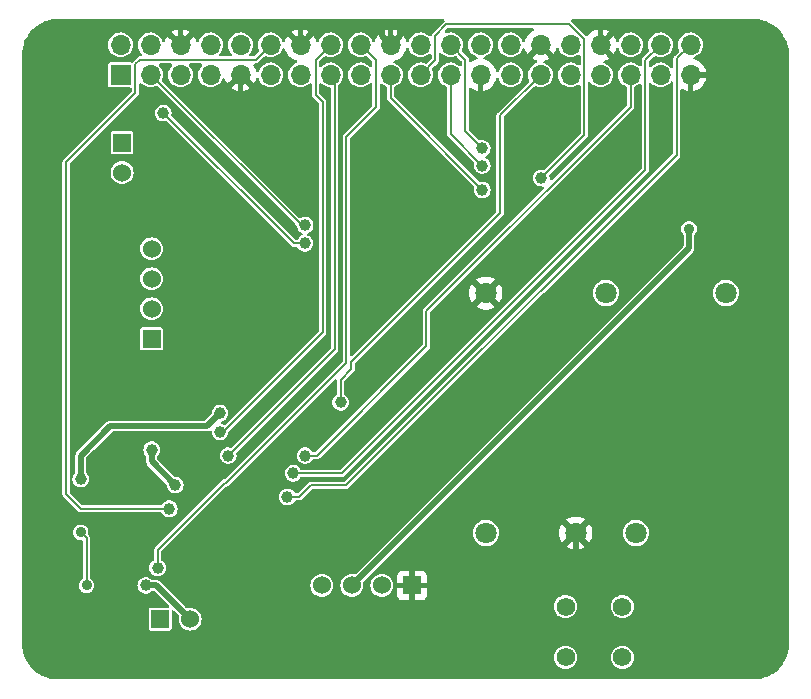
<source format=gbl>
G04 #@! TF.GenerationSoftware,KiCad,Pcbnew,8.0.2*
G04 #@! TF.CreationDate,2024-09-30T17:16:08+02:00*
G04 #@! TF.ProjectId,AMS Dongle,414d5320-446f-46e6-976c-652e6b696361,rev?*
G04 #@! TF.SameCoordinates,Original*
G04 #@! TF.FileFunction,Copper,L2,Bot*
G04 #@! TF.FilePolarity,Positive*
%FSLAX46Y46*%
G04 Gerber Fmt 4.6, Leading zero omitted, Abs format (unit mm)*
G04 Created by KiCad (PCBNEW 8.0.2) date 2024-09-30 17:16:08*
%MOMM*%
%LPD*%
G01*
G04 APERTURE LIST*
G04 #@! TA.AperFunction,ComponentPad*
%ADD10R,1.530000X1.530000*%
G04 #@! TD*
G04 #@! TA.AperFunction,ComponentPad*
%ADD11C,1.530000*%
G04 #@! TD*
G04 #@! TA.AperFunction,ComponentPad*
%ADD12C,1.560000*%
G04 #@! TD*
G04 #@! TA.AperFunction,ComponentPad*
%ADD13C,1.800000*%
G04 #@! TD*
G04 #@! TA.AperFunction,ComponentPad*
%ADD14R,1.700000X1.700000*%
G04 #@! TD*
G04 #@! TA.AperFunction,ComponentPad*
%ADD15O,1.700000X1.700000*%
G04 #@! TD*
G04 #@! TA.AperFunction,ViaPad*
%ADD16C,1.000000*%
G04 #@! TD*
G04 #@! TA.AperFunction,ViaPad*
%ADD17C,0.900000*%
G04 #@! TD*
G04 #@! TA.AperFunction,Conductor*
%ADD18C,0.500000*%
G04 #@! TD*
G04 #@! TA.AperFunction,Conductor*
%ADD19C,0.200000*%
G04 #@! TD*
G04 APERTURE END LIST*
D10*
X111730000Y-94856500D03*
D11*
X114270000Y-94856500D03*
D10*
X111000000Y-71120000D03*
D11*
X111000000Y-68580000D03*
X111000000Y-66040000D03*
X111000000Y-63500000D03*
D12*
X146050000Y-93790000D03*
X150850000Y-93790000D03*
X146050000Y-98090000D03*
X150850000Y-98090000D03*
D10*
X133040000Y-92000000D03*
D11*
X130500000Y-92000000D03*
X127960000Y-92000000D03*
X125420000Y-92000000D03*
D13*
X152000000Y-87560000D03*
X146920000Y-87560000D03*
X159620000Y-67240000D03*
X149460000Y-67240000D03*
X139300000Y-67240000D03*
X139300000Y-87560000D03*
D10*
X108500000Y-54500000D03*
D11*
X108500000Y-57040000D03*
D14*
X108370000Y-48770000D03*
D15*
X108370000Y-46230000D03*
X110910000Y-48770000D03*
X110910000Y-46230000D03*
X113450000Y-48770000D03*
X113450000Y-46230000D03*
X115990000Y-48770000D03*
X115990000Y-46230000D03*
X118530000Y-48770000D03*
X118530000Y-46230000D03*
X121070000Y-48770000D03*
X121070000Y-46230000D03*
X123610000Y-48770000D03*
X123610000Y-46230000D03*
X126150000Y-48770000D03*
X126150000Y-46230000D03*
X128690000Y-48770000D03*
X128690000Y-46230000D03*
X131230000Y-48770000D03*
X131230000Y-46230000D03*
X133770000Y-48770000D03*
X133770000Y-46230000D03*
X136310000Y-48770000D03*
X136310000Y-46230000D03*
X138850000Y-48770000D03*
X138850000Y-46230000D03*
X141390000Y-48770000D03*
X141390000Y-46230000D03*
X143930000Y-48770000D03*
X143930000Y-46230000D03*
X146470000Y-48770000D03*
X146470000Y-46230000D03*
X149010000Y-48770000D03*
X149010000Y-46230000D03*
X151550000Y-48770000D03*
X151550000Y-46230000D03*
X154090000Y-48770000D03*
X154090000Y-46230000D03*
X156630000Y-48770000D03*
X156630000Y-46230000D03*
D16*
X135500000Y-71500000D03*
D17*
X124000000Y-66500000D03*
D16*
X144000000Y-93200000D03*
X129000000Y-59500000D03*
X131500000Y-67000000D03*
X129500000Y-66500000D03*
X153200000Y-93200000D03*
D17*
X141587205Y-57951055D03*
X109500000Y-83000000D03*
D16*
X120500000Y-86500000D03*
X103000000Y-88500000D03*
X146500000Y-61000000D03*
X117000000Y-82500000D03*
X129000000Y-84000000D03*
D17*
X124500000Y-70000000D03*
D16*
X124000000Y-61500000D03*
X112000000Y-52000000D03*
X123969669Y-63030331D03*
X122500000Y-84500000D03*
X112500000Y-85500000D03*
X117500000Y-81000000D03*
X116800000Y-79000000D03*
X111500000Y-90500000D03*
X139000000Y-58500000D03*
X144000000Y-57500000D03*
X139000000Y-56450000D03*
X139000000Y-55000000D03*
X127000000Y-76500000D03*
X123000000Y-82500000D03*
X124000000Y-81000000D03*
D17*
X105500000Y-92000000D03*
X105000000Y-87500000D03*
D16*
X113000000Y-83500000D03*
X111000000Y-80500000D03*
X116800000Y-77400000D03*
X105000000Y-83000000D03*
X110500000Y-92000000D03*
D17*
X156500000Y-61800000D03*
D18*
X146400000Y-91540000D02*
X146920000Y-91020000D01*
X151540000Y-91540000D02*
X147540000Y-91540000D01*
X150000000Y-45240000D02*
X150000000Y-45000000D01*
X143930000Y-46230000D02*
X143000000Y-47160000D01*
X114500000Y-45180000D02*
X114500000Y-45000000D01*
X113450000Y-46230000D02*
X112500000Y-45280000D01*
X143000000Y-47160000D02*
X143000000Y-47500000D01*
X145000000Y-47300000D02*
X145000000Y-47500000D01*
X112500000Y-45000000D02*
X112500000Y-45280000D01*
X144000000Y-93200000D02*
X145660000Y-91540000D01*
X123610000Y-46230000D02*
X124500000Y-45340000D01*
X131230000Y-46230000D02*
X130500000Y-45500000D01*
X145660000Y-91540000D02*
X146400000Y-91540000D01*
X130500000Y-45500000D02*
X130500000Y-45000000D01*
X132000000Y-45460000D02*
X132000000Y-45000000D01*
X150000000Y-47220000D02*
X150000000Y-47500000D01*
X123610000Y-46230000D02*
X122500000Y-45120000D01*
X146920000Y-90920000D02*
X146920000Y-87560000D01*
X113450000Y-46230000D02*
X114500000Y-45180000D01*
X147540000Y-91540000D02*
X146920000Y-90920000D01*
X153200000Y-93200000D02*
X151540000Y-91540000D01*
X131230000Y-46230000D02*
X132000000Y-45460000D01*
X146920000Y-91020000D02*
X146920000Y-90920000D01*
X122500000Y-45000000D02*
X122500000Y-45120000D01*
X149010000Y-46230000D02*
X150000000Y-47220000D01*
X118530000Y-48770000D02*
X119500000Y-49740000D01*
X124500000Y-45340000D02*
X124500000Y-45000000D01*
X149010000Y-46230000D02*
X150000000Y-45240000D01*
X117500000Y-49800000D02*
X117500000Y-50000000D01*
X119500000Y-49740000D02*
X119500000Y-50000000D01*
X143930000Y-46230000D02*
X145000000Y-47300000D01*
X118530000Y-48770000D02*
X117500000Y-49800000D01*
D19*
X110910000Y-48770000D02*
X110970000Y-48770000D01*
X110970000Y-48770000D02*
X123700000Y-61500000D01*
X123900000Y-61500000D02*
X124000000Y-61500000D01*
X123700000Y-61500000D02*
X124000000Y-61500000D01*
X112000000Y-52000000D02*
X123030331Y-63030331D01*
X123030331Y-63030331D02*
X123969669Y-63030331D01*
X123500000Y-84500000D02*
X124500000Y-83500000D01*
X124500000Y-83500000D02*
X127500000Y-83500000D01*
X155480000Y-55520000D02*
X155480000Y-47380000D01*
X127500000Y-83500000D02*
X155480000Y-55520000D01*
X122500000Y-84500000D02*
X123500000Y-84500000D01*
X155480000Y-47380000D02*
X156630000Y-46230000D01*
X119800000Y-47500000D02*
X121070000Y-46230000D01*
X110000000Y-47500000D02*
X119800000Y-47500000D01*
X109634066Y-47865934D02*
X110000000Y-47500000D01*
X105000000Y-85500000D02*
X103750000Y-84250000D01*
X103750000Y-84250000D02*
X103750000Y-56176827D01*
X103750000Y-56176827D02*
X109634066Y-50292761D01*
X112500000Y-85500000D02*
X105000000Y-85500000D01*
X109634066Y-50292761D02*
X109634066Y-47865934D01*
D18*
X123500000Y-48880000D02*
X123610000Y-48770000D01*
D19*
X126500000Y-49120000D02*
X126500000Y-72000000D01*
X126150000Y-48770000D02*
X126500000Y-49120000D01*
X126500000Y-72000000D02*
X117500000Y-81000000D01*
X124878405Y-50431890D02*
X124878405Y-47501595D01*
X125500000Y-70560661D02*
X125500000Y-51053485D01*
X124878405Y-47501595D02*
X126150000Y-46230000D01*
X125500000Y-51053485D02*
X124878405Y-50431890D01*
X116800000Y-79000000D02*
X117060661Y-79000000D01*
X117060661Y-79000000D02*
X125500000Y-70560661D01*
X130000000Y-51500000D02*
X130000000Y-47540000D01*
X111500000Y-89000000D02*
X117200000Y-83300000D01*
X127500000Y-73131371D02*
X127500000Y-54000000D01*
X130000000Y-47540000D02*
X128690000Y-46230000D01*
X111500000Y-90500000D02*
X111500000Y-89000000D01*
X127500000Y-54000000D02*
X130000000Y-51500000D01*
X117331371Y-83300000D02*
X127500000Y-73131371D01*
X117200000Y-83300000D02*
X117331371Y-83300000D01*
X131230000Y-48770000D02*
X131230000Y-50730000D01*
X131230000Y-50730000D02*
X139250000Y-58750000D01*
X147620000Y-45753654D02*
X147620000Y-53880000D01*
X147620000Y-53880000D02*
X144000000Y-57500000D01*
X146366346Y-44500000D02*
X147620000Y-45753654D01*
X133770000Y-48770000D02*
X135000000Y-47540000D01*
X135000000Y-47540000D02*
X135000000Y-45456827D01*
X135956827Y-44500000D02*
X146366346Y-44500000D01*
X135000000Y-45456827D02*
X135956827Y-44500000D01*
X139000000Y-56450000D02*
X136310000Y-53760000D01*
X136310000Y-53760000D02*
X136310000Y-48770000D01*
X137552435Y-53552435D02*
X137552435Y-47472435D01*
X139000000Y-55000000D02*
X137552435Y-53552435D01*
X137552435Y-47472435D02*
X136310000Y-46230000D01*
X140500000Y-60500000D02*
X140500000Y-52200000D01*
X127900000Y-73100000D02*
X140500000Y-60500000D01*
X140500000Y-52200000D02*
X143930000Y-48770000D01*
X127000000Y-76500000D02*
X127000000Y-74565686D01*
X127900000Y-73665686D02*
X127900000Y-73100000D01*
X127000000Y-74565686D02*
X127900000Y-73665686D01*
X123000000Y-82500000D02*
X127125000Y-82500000D01*
X152787872Y-47532128D02*
X154090000Y-46230000D01*
X127125000Y-82500000D02*
X152787872Y-56837128D01*
X152787872Y-56837128D02*
X152787872Y-47532128D01*
X151550000Y-51450000D02*
X151550000Y-48770000D01*
X124000000Y-81000000D02*
X125000000Y-81000000D01*
X134250000Y-71750000D02*
X134250000Y-68750000D01*
X134250000Y-68750000D02*
X151550000Y-51450000D01*
X125000000Y-81000000D02*
X134250000Y-71750000D01*
X105500000Y-92000000D02*
X105500000Y-88000000D01*
X105500000Y-88000000D02*
X105000000Y-87500000D01*
D18*
X111000000Y-81500000D02*
X113000000Y-83500000D01*
X111000000Y-80500000D02*
X111000000Y-81500000D01*
X105000000Y-81000000D02*
X105000000Y-83000000D01*
X116800000Y-77400000D02*
X115700000Y-78500000D01*
X115700000Y-78500000D02*
X107500000Y-78500000D01*
X107500000Y-78500000D02*
X105000000Y-81000000D01*
X111413500Y-92000000D02*
X110500000Y-92000000D01*
X114270000Y-94856500D02*
X111413500Y-92000000D01*
X156500000Y-61800000D02*
X156500000Y-63460000D01*
X156500000Y-63460000D02*
X127960000Y-92000000D01*
G04 #@! TA.AperFunction,Conductor*
G36*
X135749033Y-44070185D02*
G01*
X135794788Y-44122989D01*
X135804732Y-44192147D01*
X135775707Y-44255703D01*
X135769675Y-44262181D01*
X134759541Y-45272314D01*
X134759535Y-45272322D01*
X134719982Y-45340831D01*
X134719978Y-45340840D01*
X134701702Y-45409043D01*
X134665336Y-45468703D01*
X134602488Y-45499231D01*
X134533113Y-45490934D01*
X134503264Y-45472801D01*
X134424016Y-45407765D01*
X134356450Y-45352315D01*
X134173954Y-45254768D01*
X133975934Y-45194700D01*
X133975932Y-45194699D01*
X133975934Y-45194699D01*
X133770000Y-45174417D01*
X133564067Y-45194699D01*
X133366043Y-45254769D01*
X133255898Y-45313643D01*
X133183550Y-45352315D01*
X133183548Y-45352316D01*
X133183547Y-45352317D01*
X133023589Y-45483589D01*
X132892317Y-45643547D01*
X132794767Y-45826046D01*
X132774593Y-45892552D01*
X132736296Y-45950990D01*
X132672483Y-45979447D01*
X132603416Y-45968886D01*
X132551023Y-45922661D01*
X132536158Y-45888649D01*
X132503433Y-45766516D01*
X132503429Y-45766507D01*
X132403600Y-45552422D01*
X132403599Y-45552420D01*
X132268113Y-45358926D01*
X132268108Y-45358920D01*
X132101082Y-45191894D01*
X131907578Y-45056399D01*
X131693492Y-44956570D01*
X131693486Y-44956567D01*
X131480000Y-44899364D01*
X131480000Y-45796988D01*
X131422993Y-45764075D01*
X131295826Y-45730000D01*
X131164174Y-45730000D01*
X131037007Y-45764075D01*
X130980000Y-45796988D01*
X130980000Y-44899364D01*
X130979999Y-44899364D01*
X130766513Y-44956567D01*
X130766507Y-44956570D01*
X130552422Y-45056399D01*
X130552420Y-45056400D01*
X130358926Y-45191886D01*
X130358920Y-45191891D01*
X130191891Y-45358920D01*
X130191886Y-45358926D01*
X130056400Y-45552420D01*
X130056399Y-45552422D01*
X129956570Y-45766507D01*
X129956567Y-45766514D01*
X129923841Y-45888650D01*
X129887476Y-45948310D01*
X129824629Y-45978839D01*
X129755253Y-45970544D01*
X129701375Y-45926059D01*
X129685406Y-45892552D01*
X129665232Y-45826046D01*
X129567685Y-45643550D01*
X129492897Y-45552420D01*
X129436410Y-45483589D01*
X129318677Y-45386969D01*
X129276450Y-45352315D01*
X129093954Y-45254768D01*
X128895934Y-45194700D01*
X128895932Y-45194699D01*
X128895934Y-45194699D01*
X128690000Y-45174417D01*
X128484067Y-45194699D01*
X128286043Y-45254769D01*
X128175898Y-45313643D01*
X128103550Y-45352315D01*
X128103548Y-45352316D01*
X128103547Y-45352317D01*
X127943589Y-45483589D01*
X127812317Y-45643547D01*
X127714769Y-45826043D01*
X127654699Y-46024067D01*
X127634417Y-46230000D01*
X127654699Y-46435932D01*
X127654700Y-46435934D01*
X127714768Y-46633954D01*
X127812315Y-46816450D01*
X127812317Y-46816452D01*
X127943589Y-46976410D01*
X128001708Y-47024106D01*
X128103550Y-47107685D01*
X128286046Y-47205232D01*
X128484066Y-47265300D01*
X128484065Y-47265300D01*
X128502529Y-47267118D01*
X128690000Y-47285583D01*
X128895934Y-47265300D01*
X129093954Y-47205232D01*
X129108191Y-47197621D01*
X129176592Y-47183379D01*
X129241837Y-47208377D01*
X129254327Y-47219298D01*
X129663181Y-47628152D01*
X129696666Y-47689475D01*
X129699500Y-47715833D01*
X129699500Y-47997609D01*
X129679815Y-48064648D01*
X129627011Y-48110403D01*
X129557853Y-48120347D01*
X129494297Y-48091322D01*
X129479647Y-48076274D01*
X129436410Y-48023590D01*
X129337171Y-47942147D01*
X129276450Y-47892315D01*
X129093954Y-47794768D01*
X128895934Y-47734700D01*
X128895932Y-47734699D01*
X128895934Y-47734699D01*
X128690000Y-47714417D01*
X128484067Y-47734699D01*
X128349736Y-47775448D01*
X128286050Y-47794767D01*
X128286043Y-47794769D01*
X128190167Y-47846017D01*
X128103550Y-47892315D01*
X128103548Y-47892316D01*
X128103547Y-47892317D01*
X127943589Y-48023589D01*
X127820354Y-48173754D01*
X127812315Y-48183550D01*
X127773643Y-48255898D01*
X127714769Y-48366043D01*
X127654699Y-48564067D01*
X127634417Y-48770000D01*
X127654699Y-48975932D01*
X127654700Y-48975934D01*
X127714768Y-49173954D01*
X127812315Y-49356450D01*
X127812317Y-49356452D01*
X127943589Y-49516410D01*
X128037006Y-49593074D01*
X128103550Y-49647685D01*
X128286046Y-49745232D01*
X128484066Y-49805300D01*
X128484065Y-49805300D01*
X128502529Y-49807118D01*
X128690000Y-49825583D01*
X128895934Y-49805300D01*
X129093954Y-49745232D01*
X129276450Y-49647685D01*
X129436410Y-49516410D01*
X129479646Y-49463725D01*
X129537391Y-49424391D01*
X129607236Y-49422520D01*
X129667005Y-49458707D01*
X129697721Y-49521462D01*
X129699500Y-49542390D01*
X129699500Y-51324167D01*
X129679815Y-51391206D01*
X129663181Y-51411848D01*
X127259541Y-53815487D01*
X127259535Y-53815495D01*
X127219982Y-53884004D01*
X127219979Y-53884009D01*
X127210454Y-53919559D01*
X127203768Y-53944512D01*
X127199500Y-53960439D01*
X127199500Y-72955538D01*
X127179815Y-73022577D01*
X127163181Y-73043219D01*
X117243219Y-82963181D01*
X117181896Y-82996666D01*
X117168453Y-82998111D01*
X117168497Y-82998439D01*
X117160440Y-82999499D01*
X117084010Y-83019979D01*
X117015882Y-83059313D01*
X117015881Y-83059312D01*
X117015488Y-83059539D01*
X117015486Y-83059541D01*
X111315489Y-88759540D01*
X111259541Y-88815487D01*
X111259535Y-88815495D01*
X111219982Y-88884004D01*
X111219979Y-88884009D01*
X111209850Y-88921811D01*
X111199618Y-88960000D01*
X111199500Y-88960439D01*
X111199500Y-89791636D01*
X111179815Y-89858675D01*
X111133128Y-89901431D01*
X111099151Y-89919264D01*
X111099148Y-89919266D01*
X110971816Y-90032072D01*
X110875182Y-90172068D01*
X110814860Y-90331125D01*
X110814859Y-90331130D01*
X110794355Y-90500000D01*
X110814859Y-90668869D01*
X110814860Y-90668874D01*
X110875182Y-90827931D01*
X110909611Y-90877809D01*
X110971817Y-90967929D01*
X111071256Y-91056024D01*
X111099150Y-91080736D01*
X111249773Y-91159789D01*
X111249775Y-91159790D01*
X111414944Y-91200500D01*
X111585056Y-91200500D01*
X111750225Y-91159790D01*
X111829692Y-91118081D01*
X111900849Y-91080736D01*
X111900850Y-91080734D01*
X111900852Y-91080734D01*
X112028183Y-90967929D01*
X112124818Y-90827930D01*
X112185140Y-90668872D01*
X112205645Y-90500000D01*
X112185140Y-90331128D01*
X112124818Y-90172070D01*
X112028183Y-90032071D01*
X111900852Y-89919266D01*
X111895318Y-89916361D01*
X111866872Y-89901431D01*
X111816661Y-89852846D01*
X111800500Y-89791636D01*
X111800500Y-89175833D01*
X111820185Y-89108794D01*
X111836819Y-89088152D01*
X117288152Y-83636819D01*
X117349475Y-83603334D01*
X117362917Y-83601888D01*
X117362874Y-83601561D01*
X117370930Y-83600500D01*
X117370933Y-83600500D01*
X117447360Y-83580021D01*
X117515882Y-83540460D01*
X117571831Y-83484511D01*
X126487819Y-74568523D01*
X126549142Y-74535038D01*
X126618834Y-74540022D01*
X126674767Y-74581894D01*
X126699184Y-74647358D01*
X126699500Y-74656204D01*
X126699500Y-75791636D01*
X126679815Y-75858675D01*
X126633128Y-75901431D01*
X126599151Y-75919264D01*
X126599148Y-75919266D01*
X126471816Y-76032072D01*
X126375182Y-76172068D01*
X126314860Y-76331125D01*
X126314859Y-76331130D01*
X126294355Y-76500000D01*
X126314859Y-76668869D01*
X126314860Y-76668874D01*
X126375182Y-76827931D01*
X126437475Y-76918177D01*
X126471817Y-76967929D01*
X126577505Y-77061560D01*
X126599150Y-77080736D01*
X126749773Y-77159789D01*
X126749775Y-77159790D01*
X126914944Y-77200500D01*
X127085056Y-77200500D01*
X127250225Y-77159790D01*
X127329692Y-77118081D01*
X127400849Y-77080736D01*
X127400850Y-77080734D01*
X127400852Y-77080734D01*
X127528183Y-76967929D01*
X127624818Y-76827930D01*
X127685140Y-76668872D01*
X127705645Y-76500000D01*
X127685140Y-76331128D01*
X127624818Y-76172070D01*
X127528183Y-76032071D01*
X127400852Y-75919266D01*
X127395318Y-75916361D01*
X127366872Y-75901431D01*
X127316661Y-75852846D01*
X127300500Y-75791636D01*
X127300500Y-74741519D01*
X127320185Y-74674480D01*
X127336819Y-74653838D01*
X127665431Y-74325226D01*
X128140460Y-73850197D01*
X128180021Y-73781675D01*
X128200500Y-73705248D01*
X128200500Y-73275833D01*
X128220185Y-73208794D01*
X128236819Y-73188152D01*
X134433441Y-66991530D01*
X140740460Y-60684511D01*
X140780021Y-60615989D01*
X140800500Y-60539562D01*
X140800500Y-52375832D01*
X140820185Y-52308793D01*
X140836814Y-52288156D01*
X143365673Y-49759296D01*
X143426994Y-49725813D01*
X143496686Y-49730797D01*
X143511804Y-49737620D01*
X143513260Y-49738398D01*
X143526046Y-49745232D01*
X143724066Y-49805300D01*
X143724065Y-49805300D01*
X143742529Y-49807118D01*
X143930000Y-49825583D01*
X144135934Y-49805300D01*
X144333954Y-49745232D01*
X144516450Y-49647685D01*
X144676410Y-49516410D01*
X144807685Y-49356450D01*
X144905232Y-49173954D01*
X144965300Y-48975934D01*
X144985583Y-48770000D01*
X144965300Y-48564066D01*
X144905232Y-48366046D01*
X144807685Y-48183550D01*
X144731996Y-48091322D01*
X144676410Y-48023589D01*
X144526115Y-47900247D01*
X144516450Y-47892315D01*
X144333954Y-47794768D01*
X144267447Y-47774593D01*
X144209009Y-47736296D01*
X144180553Y-47672484D01*
X144191113Y-47603417D01*
X144237337Y-47551023D01*
X144271350Y-47536158D01*
X144393483Y-47503433D01*
X144393492Y-47503429D01*
X144607578Y-47403600D01*
X144801082Y-47268105D01*
X144968105Y-47101082D01*
X145103600Y-46907578D01*
X145203429Y-46693492D01*
X145203433Y-46693483D01*
X145236158Y-46571350D01*
X145272522Y-46511690D01*
X145335369Y-46481160D01*
X145404745Y-46489454D01*
X145458623Y-46533939D01*
X145474593Y-46567447D01*
X145494768Y-46633954D01*
X145592315Y-46816450D01*
X145592317Y-46816452D01*
X145723589Y-46976410D01*
X145781708Y-47024106D01*
X145883550Y-47107685D01*
X146066046Y-47205232D01*
X146264066Y-47265300D01*
X146264065Y-47265300D01*
X146282529Y-47267118D01*
X146470000Y-47285583D01*
X146675934Y-47265300D01*
X146873954Y-47205232D01*
X147056450Y-47107685D01*
X147091286Y-47079095D01*
X147116835Y-47058129D01*
X147181145Y-47030816D01*
X147250013Y-47042607D01*
X147301573Y-47089760D01*
X147319500Y-47153982D01*
X147319500Y-47846017D01*
X147299815Y-47913056D01*
X147247011Y-47958811D01*
X147177853Y-47968755D01*
X147116836Y-47941871D01*
X147056453Y-47892317D01*
X147056451Y-47892316D01*
X147056450Y-47892315D01*
X146873954Y-47794768D01*
X146675934Y-47734700D01*
X146675932Y-47734699D01*
X146675934Y-47734699D01*
X146470000Y-47714417D01*
X146264067Y-47734699D01*
X146129736Y-47775448D01*
X146066050Y-47794767D01*
X146066043Y-47794769D01*
X145970167Y-47846017D01*
X145883550Y-47892315D01*
X145883548Y-47892316D01*
X145883547Y-47892317D01*
X145723589Y-48023589D01*
X145600354Y-48173754D01*
X145592315Y-48183550D01*
X145553643Y-48255898D01*
X145494769Y-48366043D01*
X145434699Y-48564067D01*
X145414417Y-48770000D01*
X145434699Y-48975932D01*
X145434700Y-48975934D01*
X145494768Y-49173954D01*
X145592315Y-49356450D01*
X145592317Y-49356452D01*
X145723589Y-49516410D01*
X145817006Y-49593074D01*
X145883550Y-49647685D01*
X146066046Y-49745232D01*
X146264066Y-49805300D01*
X146264065Y-49805300D01*
X146282529Y-49807118D01*
X146470000Y-49825583D01*
X146675934Y-49805300D01*
X146873954Y-49745232D01*
X147056450Y-49647685D01*
X147116835Y-49598129D01*
X147181145Y-49570816D01*
X147250013Y-49582607D01*
X147301573Y-49629760D01*
X147319500Y-49693982D01*
X147319500Y-53704166D01*
X147299815Y-53771205D01*
X147283181Y-53791847D01*
X144287317Y-56787710D01*
X144225994Y-56821195D01*
X144169962Y-56820426D01*
X144085057Y-56799500D01*
X144085056Y-56799500D01*
X143914944Y-56799500D01*
X143749773Y-56840210D01*
X143599150Y-56919263D01*
X143471816Y-57032072D01*
X143375182Y-57172068D01*
X143314860Y-57331125D01*
X143314859Y-57331130D01*
X143294355Y-57500000D01*
X143314859Y-57668869D01*
X143314860Y-57668874D01*
X143375182Y-57827931D01*
X143437475Y-57918177D01*
X143471817Y-57967929D01*
X143519499Y-58010171D01*
X143599150Y-58080736D01*
X143749773Y-58159789D01*
X143749775Y-58159790D01*
X143914944Y-58200500D01*
X144075167Y-58200500D01*
X144142206Y-58220185D01*
X144187961Y-58272989D01*
X144197905Y-58342147D01*
X144168880Y-58405703D01*
X144162848Y-58412181D01*
X134009541Y-68565487D01*
X134009535Y-68565495D01*
X133969982Y-68634004D01*
X133969979Y-68634009D01*
X133949500Y-68710439D01*
X133949500Y-71574167D01*
X133929815Y-71641206D01*
X133913181Y-71661848D01*
X124911848Y-80663181D01*
X124850525Y-80696666D01*
X124824167Y-80699500D01*
X124708832Y-80699500D01*
X124641793Y-80679815D01*
X124606782Y-80645941D01*
X124528183Y-80532071D01*
X124400852Y-80419266D01*
X124400849Y-80419263D01*
X124250226Y-80340210D01*
X124085056Y-80299500D01*
X123914944Y-80299500D01*
X123749773Y-80340210D01*
X123599150Y-80419263D01*
X123471816Y-80532072D01*
X123375182Y-80672068D01*
X123314860Y-80831125D01*
X123314859Y-80831130D01*
X123294355Y-81000000D01*
X123314859Y-81168869D01*
X123314860Y-81168874D01*
X123375182Y-81327931D01*
X123437475Y-81418177D01*
X123471817Y-81467929D01*
X123574963Y-81559308D01*
X123599150Y-81580736D01*
X123730497Y-81649672D01*
X123749775Y-81659790D01*
X123914944Y-81700500D01*
X124085056Y-81700500D01*
X124250225Y-81659790D01*
X124329692Y-81618081D01*
X124400849Y-81580736D01*
X124400850Y-81580734D01*
X124400852Y-81580734D01*
X124528183Y-81467929D01*
X124606782Y-81354058D01*
X124661065Y-81310069D01*
X124708832Y-81300500D01*
X125039560Y-81300500D01*
X125039562Y-81300500D01*
X125115989Y-81280021D01*
X125184511Y-81240460D01*
X125240460Y-81184511D01*
X134490460Y-71934511D01*
X134530021Y-71865989D01*
X134550500Y-71789562D01*
X134550500Y-68925833D01*
X134570185Y-68858794D01*
X134586819Y-68838152D01*
X136184977Y-67239994D01*
X137895202Y-67239994D01*
X137895202Y-67240005D01*
X137914361Y-67471218D01*
X137971317Y-67696135D01*
X138064515Y-67908606D01*
X138148812Y-68037633D01*
X138735387Y-67451058D01*
X138740889Y-67471591D01*
X138819881Y-67608408D01*
X138931592Y-67720119D01*
X139068409Y-67799111D01*
X139088940Y-67804612D01*
X138501201Y-68392351D01*
X138531649Y-68416050D01*
X138735697Y-68526476D01*
X138735706Y-68526479D01*
X138955139Y-68601811D01*
X139183993Y-68640000D01*
X139416007Y-68640000D01*
X139644860Y-68601811D01*
X139864293Y-68526479D01*
X139864301Y-68526476D01*
X140068355Y-68416047D01*
X140098797Y-68392351D01*
X140098798Y-68392350D01*
X139511060Y-67804612D01*
X139531591Y-67799111D01*
X139668408Y-67720119D01*
X139780119Y-67608408D01*
X139859111Y-67471591D01*
X139864612Y-67451059D01*
X140451186Y-68037633D01*
X140535482Y-67908611D01*
X140628682Y-67696135D01*
X140685638Y-67471218D01*
X140704798Y-67240005D01*
X140704798Y-67239994D01*
X140685638Y-67008781D01*
X140628682Y-66783864D01*
X140535484Y-66571393D01*
X140451186Y-66442365D01*
X139864612Y-67028939D01*
X139859111Y-67008409D01*
X139780119Y-66871592D01*
X139668408Y-66759881D01*
X139531591Y-66680889D01*
X139511058Y-66675387D01*
X140098797Y-66087647D01*
X140098797Y-66087645D01*
X140068360Y-66063955D01*
X140068354Y-66063951D01*
X139864302Y-65953523D01*
X139864293Y-65953520D01*
X139644860Y-65878188D01*
X139416007Y-65840000D01*
X139183993Y-65840000D01*
X138955139Y-65878188D01*
X138735706Y-65953520D01*
X138735697Y-65953523D01*
X138531650Y-66063949D01*
X138501200Y-66087647D01*
X139088941Y-66675387D01*
X139068409Y-66680889D01*
X138931592Y-66759881D01*
X138819881Y-66871592D01*
X138740889Y-67008409D01*
X138735387Y-67028941D01*
X138148811Y-66442365D01*
X138064516Y-66571390D01*
X137971317Y-66783864D01*
X137914361Y-67008781D01*
X137895202Y-67239994D01*
X136184977Y-67239994D01*
X143100804Y-60324167D01*
X151790460Y-51634511D01*
X151830022Y-51565988D01*
X151850500Y-51489562D01*
X151850500Y-51410438D01*
X151850500Y-49868578D01*
X151870185Y-49801539D01*
X151922989Y-49755784D01*
X151938488Y-49749923D01*
X151953954Y-49745232D01*
X152136450Y-49647685D01*
X152284707Y-49526013D01*
X152349017Y-49498701D01*
X152417885Y-49510492D01*
X152469445Y-49557644D01*
X152487372Y-49621867D01*
X152487372Y-56661295D01*
X152467687Y-56728334D01*
X152451053Y-56748976D01*
X127036848Y-82163181D01*
X126975525Y-82196666D01*
X126949167Y-82199500D01*
X123708832Y-82199500D01*
X123641793Y-82179815D01*
X123606782Y-82145941D01*
X123528183Y-82032071D01*
X123400852Y-81919266D01*
X123400849Y-81919263D01*
X123250226Y-81840210D01*
X123085056Y-81799500D01*
X122914944Y-81799500D01*
X122749773Y-81840210D01*
X122599150Y-81919263D01*
X122471816Y-82032072D01*
X122375182Y-82172068D01*
X122314860Y-82331125D01*
X122314859Y-82331130D01*
X122294355Y-82500000D01*
X122314859Y-82668869D01*
X122314860Y-82668874D01*
X122375182Y-82827931D01*
X122437475Y-82918177D01*
X122471817Y-82967929D01*
X122574969Y-83059313D01*
X122599150Y-83080736D01*
X122749773Y-83159789D01*
X122749775Y-83159790D01*
X122914944Y-83200500D01*
X123085056Y-83200500D01*
X123250225Y-83159790D01*
X123329692Y-83118081D01*
X123400849Y-83080736D01*
X123400850Y-83080734D01*
X123400852Y-83080734D01*
X123528183Y-82967929D01*
X123606782Y-82854058D01*
X123661065Y-82810069D01*
X123708832Y-82800500D01*
X127164560Y-82800500D01*
X127164562Y-82800500D01*
X127240989Y-82780021D01*
X127309511Y-82740460D01*
X127365460Y-82684511D01*
X153028332Y-57021639D01*
X153067894Y-56953116D01*
X153088372Y-56876690D01*
X153088372Y-56797566D01*
X153088372Y-49551983D01*
X153108057Y-49484944D01*
X153160861Y-49439189D01*
X153230019Y-49429245D01*
X153293575Y-49458270D01*
X153308226Y-49473319D01*
X153343589Y-49516410D01*
X153437006Y-49593074D01*
X153503550Y-49647685D01*
X153686046Y-49745232D01*
X153884066Y-49805300D01*
X153884065Y-49805300D01*
X153902529Y-49807118D01*
X154090000Y-49825583D01*
X154295934Y-49805300D01*
X154493954Y-49745232D01*
X154676450Y-49647685D01*
X154836410Y-49516410D01*
X154959647Y-49366244D01*
X155017392Y-49326910D01*
X155087236Y-49325039D01*
X155147005Y-49361226D01*
X155177721Y-49423982D01*
X155179500Y-49444909D01*
X155179500Y-55344167D01*
X155159815Y-55411206D01*
X155143181Y-55431848D01*
X127411848Y-83163181D01*
X127350525Y-83196666D01*
X127324167Y-83199500D01*
X124460438Y-83199500D01*
X124384010Y-83219978D01*
X124315489Y-83259540D01*
X124315486Y-83259542D01*
X123411848Y-84163181D01*
X123350525Y-84196666D01*
X123324167Y-84199500D01*
X123208832Y-84199500D01*
X123141793Y-84179815D01*
X123106782Y-84145941D01*
X123028183Y-84032071D01*
X122900852Y-83919266D01*
X122900849Y-83919263D01*
X122750226Y-83840210D01*
X122585056Y-83799500D01*
X122414944Y-83799500D01*
X122249773Y-83840210D01*
X122099150Y-83919263D01*
X121971816Y-84032072D01*
X121875182Y-84172068D01*
X121814860Y-84331125D01*
X121814859Y-84331130D01*
X121794355Y-84500000D01*
X121814859Y-84668869D01*
X121814860Y-84668874D01*
X121875182Y-84827931D01*
X121937475Y-84918177D01*
X121971817Y-84967929D01*
X122044219Y-85032071D01*
X122099150Y-85080736D01*
X122223388Y-85145941D01*
X122249775Y-85159790D01*
X122414944Y-85200500D01*
X122585056Y-85200500D01*
X122750225Y-85159790D01*
X122829692Y-85118081D01*
X122900849Y-85080736D01*
X122900850Y-85080734D01*
X122900852Y-85080734D01*
X123028183Y-84967929D01*
X123106782Y-84854058D01*
X123161065Y-84810069D01*
X123208832Y-84800500D01*
X123539560Y-84800500D01*
X123539562Y-84800500D01*
X123615989Y-84780021D01*
X123684511Y-84740460D01*
X123740460Y-84684511D01*
X124588152Y-83836819D01*
X124649475Y-83803334D01*
X124675833Y-83800500D01*
X127539560Y-83800500D01*
X127539562Y-83800500D01*
X127615989Y-83780021D01*
X127684511Y-83740460D01*
X127740460Y-83684511D01*
X144184972Y-67239999D01*
X148354785Y-67239999D01*
X148354785Y-67240000D01*
X148373602Y-67443082D01*
X148429417Y-67639247D01*
X148429422Y-67639260D01*
X148520327Y-67821821D01*
X148643237Y-67984581D01*
X148793958Y-68121980D01*
X148793960Y-68121982D01*
X148893141Y-68183392D01*
X148967363Y-68229348D01*
X149157544Y-68303024D01*
X149358024Y-68340500D01*
X149358026Y-68340500D01*
X149561974Y-68340500D01*
X149561976Y-68340500D01*
X149762456Y-68303024D01*
X149952637Y-68229348D01*
X150126041Y-68121981D01*
X150276764Y-67984579D01*
X150399673Y-67821821D01*
X150490582Y-67639250D01*
X150546397Y-67443083D01*
X150565215Y-67240000D01*
X150565214Y-67239994D01*
X150546397Y-67036917D01*
X150538787Y-67010171D01*
X150490582Y-66840750D01*
X150399673Y-66658179D01*
X150276764Y-66495421D01*
X150276762Y-66495418D01*
X150126041Y-66358019D01*
X150126039Y-66358017D01*
X149952642Y-66250655D01*
X149952635Y-66250651D01*
X149857546Y-66213814D01*
X149762456Y-66176976D01*
X149561976Y-66139500D01*
X149358024Y-66139500D01*
X149157544Y-66176976D01*
X149157541Y-66176976D01*
X149157541Y-66176977D01*
X148967364Y-66250651D01*
X148967357Y-66250655D01*
X148793960Y-66358017D01*
X148793958Y-66358019D01*
X148643237Y-66495418D01*
X148520327Y-66658178D01*
X148429422Y-66840739D01*
X148429417Y-66840752D01*
X148373602Y-67036917D01*
X148354785Y-67239999D01*
X144184972Y-67239999D01*
X155720460Y-55704511D01*
X155722776Y-55700500D01*
X155760021Y-55635989D01*
X155780500Y-55559562D01*
X155780500Y-50058072D01*
X155800185Y-49991033D01*
X155852989Y-49945278D01*
X155922147Y-49935334D01*
X155956905Y-49945690D01*
X156166507Y-50043430D01*
X156166516Y-50043433D01*
X156380000Y-50100634D01*
X156380000Y-49203012D01*
X156437007Y-49235925D01*
X156564174Y-49270000D01*
X156695826Y-49270000D01*
X156822993Y-49235925D01*
X156880000Y-49203012D01*
X156880000Y-50100633D01*
X157093483Y-50043433D01*
X157093492Y-50043429D01*
X157307578Y-49943600D01*
X157501082Y-49808105D01*
X157668105Y-49641082D01*
X157803600Y-49447578D01*
X157903429Y-49233492D01*
X157903432Y-49233486D01*
X157960636Y-49020000D01*
X157063012Y-49020000D01*
X157095925Y-48962993D01*
X157130000Y-48835826D01*
X157130000Y-48704174D01*
X157095925Y-48577007D01*
X157063012Y-48520000D01*
X157960636Y-48520000D01*
X157960635Y-48519999D01*
X157903432Y-48306513D01*
X157903429Y-48306507D01*
X157803600Y-48092422D01*
X157803599Y-48092420D01*
X157668113Y-47898926D01*
X157668108Y-47898920D01*
X157501082Y-47731894D01*
X157307578Y-47596399D01*
X157093492Y-47496570D01*
X157093486Y-47496567D01*
X156971349Y-47463841D01*
X156911689Y-47427476D01*
X156881160Y-47364629D01*
X156889455Y-47295253D01*
X156933940Y-47241375D01*
X156967444Y-47225407D01*
X157033954Y-47205232D01*
X157216450Y-47107685D01*
X157376410Y-46976410D01*
X157507685Y-46816450D01*
X157605232Y-46633954D01*
X157665300Y-46435934D01*
X157685583Y-46230000D01*
X157665300Y-46024066D01*
X157605232Y-45826046D01*
X157507685Y-45643550D01*
X157432897Y-45552420D01*
X157376410Y-45483589D01*
X157258677Y-45386969D01*
X157216450Y-45352315D01*
X157033954Y-45254768D01*
X156835934Y-45194700D01*
X156835932Y-45194699D01*
X156835934Y-45194699D01*
X156630000Y-45174417D01*
X156424067Y-45194699D01*
X156226043Y-45254769D01*
X156115898Y-45313643D01*
X156043550Y-45352315D01*
X156043548Y-45352316D01*
X156043547Y-45352317D01*
X155883589Y-45483589D01*
X155752317Y-45643547D01*
X155654769Y-45826043D01*
X155594699Y-46024067D01*
X155574417Y-46230000D01*
X155594699Y-46435932D01*
X155654769Y-46633956D01*
X155662379Y-46648193D01*
X155676620Y-46716596D01*
X155651619Y-46781840D01*
X155640701Y-46794326D01*
X155295489Y-47139540D01*
X155239541Y-47195487D01*
X155239535Y-47195495D01*
X155199982Y-47264004D01*
X155199979Y-47264009D01*
X155186866Y-47312948D01*
X155182309Y-47329957D01*
X155179500Y-47340439D01*
X155179500Y-48095090D01*
X155159815Y-48162129D01*
X155107011Y-48207884D01*
X155037853Y-48217828D01*
X154974297Y-48188803D01*
X154959646Y-48173754D01*
X154836410Y-48023589D01*
X154686115Y-47900247D01*
X154676450Y-47892315D01*
X154493954Y-47794768D01*
X154295934Y-47734700D01*
X154295932Y-47734699D01*
X154295934Y-47734699D01*
X154090000Y-47714417D01*
X153884067Y-47734699D01*
X153749736Y-47775448D01*
X153686050Y-47794767D01*
X153686043Y-47794769D01*
X153590167Y-47846017D01*
X153503550Y-47892315D01*
X153503548Y-47892316D01*
X153503547Y-47892317D01*
X153343589Y-48023590D01*
X153308225Y-48066681D01*
X153250479Y-48106015D01*
X153180634Y-48107886D01*
X153120866Y-48071698D01*
X153090150Y-48008942D01*
X153088372Y-47988016D01*
X153088372Y-47707960D01*
X153108057Y-47640921D01*
X153124687Y-47620283D01*
X153525672Y-47219297D01*
X153586995Y-47185813D01*
X153656687Y-47190797D01*
X153671805Y-47197620D01*
X153686046Y-47205232D01*
X153884066Y-47265300D01*
X153884065Y-47265300D01*
X153902529Y-47267118D01*
X154090000Y-47285583D01*
X154295934Y-47265300D01*
X154493954Y-47205232D01*
X154676450Y-47107685D01*
X154836410Y-46976410D01*
X154967685Y-46816450D01*
X155065232Y-46633954D01*
X155125300Y-46435934D01*
X155145583Y-46230000D01*
X155125300Y-46024066D01*
X155065232Y-45826046D01*
X154967685Y-45643550D01*
X154892897Y-45552420D01*
X154836410Y-45483589D01*
X154718677Y-45386969D01*
X154676450Y-45352315D01*
X154493954Y-45254768D01*
X154295934Y-45194700D01*
X154295932Y-45194699D01*
X154295934Y-45194699D01*
X154090000Y-45174417D01*
X153884067Y-45194699D01*
X153686043Y-45254769D01*
X153575898Y-45313643D01*
X153503550Y-45352315D01*
X153503548Y-45352316D01*
X153503547Y-45352317D01*
X153343589Y-45483589D01*
X153212317Y-45643547D01*
X153114769Y-45826043D01*
X153054699Y-46024067D01*
X153034417Y-46230000D01*
X153054699Y-46435932D01*
X153114769Y-46633956D01*
X153122379Y-46648193D01*
X153136620Y-46716596D01*
X153111619Y-46781840D01*
X153100701Y-46794326D01*
X152603361Y-47291668D01*
X152547413Y-47347615D01*
X152547407Y-47347623D01*
X152507854Y-47416132D01*
X152507851Y-47416137D01*
X152487372Y-47492567D01*
X152487372Y-47918132D01*
X152467687Y-47985171D01*
X152414883Y-48030926D01*
X152345725Y-48040870D01*
X152284708Y-48013986D01*
X152197171Y-47942147D01*
X152136450Y-47892315D01*
X151953954Y-47794768D01*
X151755934Y-47734700D01*
X151755932Y-47734699D01*
X151755934Y-47734699D01*
X151550000Y-47714417D01*
X151344067Y-47734699D01*
X151209736Y-47775448D01*
X151146050Y-47794767D01*
X151146043Y-47794769D01*
X151050167Y-47846017D01*
X150963550Y-47892315D01*
X150963548Y-47892316D01*
X150963547Y-47892317D01*
X150803589Y-48023589D01*
X150680354Y-48173754D01*
X150672315Y-48183550D01*
X150633643Y-48255898D01*
X150574769Y-48366043D01*
X150514699Y-48564067D01*
X150494417Y-48770000D01*
X150514699Y-48975932D01*
X150514700Y-48975934D01*
X150574768Y-49173954D01*
X150672315Y-49356450D01*
X150672317Y-49356452D01*
X150803589Y-49516410D01*
X150897006Y-49593074D01*
X150963550Y-49647685D01*
X151146046Y-49745232D01*
X151161496Y-49749918D01*
X151219932Y-49788212D01*
X151248390Y-49852024D01*
X151249500Y-49868578D01*
X151249500Y-51274167D01*
X151229815Y-51341206D01*
X151213181Y-51361848D01*
X144908685Y-57666343D01*
X144847362Y-57699828D01*
X144777670Y-57694844D01*
X144721737Y-57652972D01*
X144697320Y-57587508D01*
X144697907Y-57563720D01*
X144705645Y-57500000D01*
X144685140Y-57331128D01*
X144685139Y-57331125D01*
X144683824Y-57325790D01*
X144686891Y-57255988D01*
X144716537Y-57208432D01*
X147860460Y-54064511D01*
X147874864Y-54039562D01*
X147900021Y-53995989D01*
X147920500Y-53919562D01*
X147920500Y-49444909D01*
X147940185Y-49377870D01*
X147992989Y-49332115D01*
X148062147Y-49322171D01*
X148125703Y-49351196D01*
X148140350Y-49366241D01*
X148181375Y-49416231D01*
X148263589Y-49516410D01*
X148357006Y-49593074D01*
X148423550Y-49647685D01*
X148606046Y-49745232D01*
X148804066Y-49805300D01*
X148804065Y-49805300D01*
X148822529Y-49807118D01*
X149010000Y-49825583D01*
X149215934Y-49805300D01*
X149413954Y-49745232D01*
X149596450Y-49647685D01*
X149756410Y-49516410D01*
X149887685Y-49356450D01*
X149985232Y-49173954D01*
X150045300Y-48975934D01*
X150065583Y-48770000D01*
X150045300Y-48564066D01*
X149985232Y-48366046D01*
X149887685Y-48183550D01*
X149811996Y-48091322D01*
X149756410Y-48023589D01*
X149606115Y-47900247D01*
X149596450Y-47892315D01*
X149413954Y-47794768D01*
X149347447Y-47774593D01*
X149289009Y-47736296D01*
X149260553Y-47672484D01*
X149271113Y-47603417D01*
X149317337Y-47551023D01*
X149351350Y-47536158D01*
X149473483Y-47503433D01*
X149473492Y-47503429D01*
X149687578Y-47403600D01*
X149881082Y-47268105D01*
X150048105Y-47101082D01*
X150183600Y-46907578D01*
X150283429Y-46693492D01*
X150283433Y-46693483D01*
X150316158Y-46571350D01*
X150352522Y-46511690D01*
X150415369Y-46481160D01*
X150484745Y-46489454D01*
X150538623Y-46533939D01*
X150554593Y-46567447D01*
X150574768Y-46633954D01*
X150672315Y-46816450D01*
X150672317Y-46816452D01*
X150803589Y-46976410D01*
X150861708Y-47024106D01*
X150963550Y-47107685D01*
X151146046Y-47205232D01*
X151344066Y-47265300D01*
X151344065Y-47265300D01*
X151362529Y-47267118D01*
X151550000Y-47285583D01*
X151755934Y-47265300D01*
X151953954Y-47205232D01*
X152136450Y-47107685D01*
X152296410Y-46976410D01*
X152427685Y-46816450D01*
X152525232Y-46633954D01*
X152585300Y-46435934D01*
X152605583Y-46230000D01*
X152585300Y-46024066D01*
X152525232Y-45826046D01*
X152427685Y-45643550D01*
X152352897Y-45552420D01*
X152296410Y-45483589D01*
X152178677Y-45386969D01*
X152136450Y-45352315D01*
X151953954Y-45254768D01*
X151755934Y-45194700D01*
X151755932Y-45194699D01*
X151755934Y-45194699D01*
X151550000Y-45174417D01*
X151344067Y-45194699D01*
X151146043Y-45254769D01*
X151035898Y-45313643D01*
X150963550Y-45352315D01*
X150963548Y-45352316D01*
X150963547Y-45352317D01*
X150803589Y-45483589D01*
X150672317Y-45643547D01*
X150574767Y-45826046D01*
X150554593Y-45892552D01*
X150516296Y-45950990D01*
X150452483Y-45979447D01*
X150383416Y-45968886D01*
X150331023Y-45922661D01*
X150316158Y-45888649D01*
X150283433Y-45766516D01*
X150283429Y-45766507D01*
X150183600Y-45552422D01*
X150183599Y-45552420D01*
X150048113Y-45358926D01*
X150048108Y-45358920D01*
X149881082Y-45191894D01*
X149687578Y-45056399D01*
X149473492Y-44956570D01*
X149473486Y-44956567D01*
X149260000Y-44899364D01*
X149260000Y-45796988D01*
X149202993Y-45764075D01*
X149075826Y-45730000D01*
X148944174Y-45730000D01*
X148817007Y-45764075D01*
X148760000Y-45796988D01*
X148760000Y-44899364D01*
X148759999Y-44899364D01*
X148546513Y-44956567D01*
X148546507Y-44956570D01*
X148332422Y-45056399D01*
X148332420Y-45056400D01*
X148138926Y-45191886D01*
X148138920Y-45191891D01*
X147971890Y-45358921D01*
X147924183Y-45427054D01*
X147869606Y-45470679D01*
X147800108Y-45477871D01*
X147737753Y-45446348D01*
X147734928Y-45443611D01*
X146553498Y-44262181D01*
X146520013Y-44200858D01*
X146524997Y-44131166D01*
X146566869Y-44075233D01*
X146632333Y-44050816D01*
X146641179Y-44050500D01*
X161983592Y-44050500D01*
X161996519Y-44050500D01*
X162003472Y-44050695D01*
X162323297Y-44068656D01*
X162337094Y-44070210D01*
X162649457Y-44123283D01*
X162663014Y-44126377D01*
X162967469Y-44214089D01*
X162980593Y-44218682D01*
X163273304Y-44339926D01*
X163285826Y-44345955D01*
X163452594Y-44438125D01*
X163563139Y-44499221D01*
X163574900Y-44506611D01*
X163833314Y-44689966D01*
X163844174Y-44698627D01*
X164080418Y-44909749D01*
X164090250Y-44919581D01*
X164301372Y-45155825D01*
X164310035Y-45166687D01*
X164493385Y-45425094D01*
X164500778Y-45436860D01*
X164654040Y-45714166D01*
X164660073Y-45726695D01*
X164781317Y-46019406D01*
X164785910Y-46032530D01*
X164873622Y-46336985D01*
X164876716Y-46350542D01*
X164929787Y-46662894D01*
X164931344Y-46676712D01*
X164949305Y-46996527D01*
X164949500Y-47003480D01*
X164949500Y-96996519D01*
X164949305Y-97003472D01*
X164931344Y-97323287D01*
X164929787Y-97337105D01*
X164876716Y-97649457D01*
X164873622Y-97663014D01*
X164785910Y-97967469D01*
X164781317Y-97980593D01*
X164660073Y-98273304D01*
X164654040Y-98285833D01*
X164500778Y-98563139D01*
X164493380Y-98574912D01*
X164449062Y-98637374D01*
X164310043Y-98833302D01*
X164301372Y-98844174D01*
X164090250Y-99080418D01*
X164080418Y-99090250D01*
X163844174Y-99301372D01*
X163833302Y-99310043D01*
X163574913Y-99493380D01*
X163563139Y-99500778D01*
X163285833Y-99654040D01*
X163273304Y-99660073D01*
X162980593Y-99781317D01*
X162967469Y-99785910D01*
X162663014Y-99873622D01*
X162649457Y-99876716D01*
X162337105Y-99929787D01*
X162323287Y-99931344D01*
X162003472Y-99949305D01*
X161996519Y-99949500D01*
X103003481Y-99949500D01*
X102996528Y-99949305D01*
X102676712Y-99931344D01*
X102662894Y-99929787D01*
X102350542Y-99876716D01*
X102336985Y-99873622D01*
X102032530Y-99785910D01*
X102019406Y-99781317D01*
X101726695Y-99660073D01*
X101714166Y-99654040D01*
X101436860Y-99500778D01*
X101425094Y-99493385D01*
X101166687Y-99310035D01*
X101155825Y-99301372D01*
X100919581Y-99090250D01*
X100909749Y-99080418D01*
X100698627Y-98844174D01*
X100689966Y-98833314D01*
X100506611Y-98574900D01*
X100499221Y-98563139D01*
X100345955Y-98285826D01*
X100339926Y-98273304D01*
X100264000Y-98090000D01*
X145064756Y-98090000D01*
X145083686Y-98282210D01*
X145083687Y-98282212D01*
X145139753Y-98467037D01*
X145230800Y-98637372D01*
X145263145Y-98676785D01*
X145353326Y-98786673D01*
X145423393Y-98844174D01*
X145502628Y-98909200D01*
X145672963Y-99000247D01*
X145857788Y-99056313D01*
X146050000Y-99075244D01*
X146242212Y-99056313D01*
X146427037Y-99000247D01*
X146597372Y-98909200D01*
X146746673Y-98786673D01*
X146869200Y-98637372D01*
X146960247Y-98467037D01*
X147016313Y-98282212D01*
X147035244Y-98090000D01*
X149864756Y-98090000D01*
X149883686Y-98282210D01*
X149883687Y-98282212D01*
X149939753Y-98467037D01*
X150030800Y-98637372D01*
X150063145Y-98676785D01*
X150153326Y-98786673D01*
X150223393Y-98844174D01*
X150302628Y-98909200D01*
X150472963Y-99000247D01*
X150657788Y-99056313D01*
X150850000Y-99075244D01*
X151042212Y-99056313D01*
X151227037Y-99000247D01*
X151397372Y-98909200D01*
X151546673Y-98786673D01*
X151669200Y-98637372D01*
X151760247Y-98467037D01*
X151816313Y-98282212D01*
X151835244Y-98090000D01*
X151816313Y-97897788D01*
X151760247Y-97712963D01*
X151669200Y-97542628D01*
X151616045Y-97477858D01*
X151546673Y-97393326D01*
X151397374Y-97270802D01*
X151397375Y-97270802D01*
X151397372Y-97270800D01*
X151227037Y-97179753D01*
X151134624Y-97151720D01*
X151042210Y-97123686D01*
X150850000Y-97104756D01*
X150657789Y-97123686D01*
X150472960Y-97179754D01*
X150370154Y-97234706D01*
X150302628Y-97270800D01*
X150302626Y-97270801D01*
X150302625Y-97270802D01*
X150153326Y-97393326D01*
X150030802Y-97542625D01*
X149939754Y-97712960D01*
X149883686Y-97897789D01*
X149864756Y-98090000D01*
X147035244Y-98090000D01*
X147016313Y-97897788D01*
X146960247Y-97712963D01*
X146869200Y-97542628D01*
X146816045Y-97477858D01*
X146746673Y-97393326D01*
X146597374Y-97270802D01*
X146597375Y-97270802D01*
X146597372Y-97270800D01*
X146427037Y-97179753D01*
X146334624Y-97151720D01*
X146242210Y-97123686D01*
X146050000Y-97104756D01*
X145857789Y-97123686D01*
X145672960Y-97179754D01*
X145570154Y-97234706D01*
X145502628Y-97270800D01*
X145502626Y-97270801D01*
X145502625Y-97270802D01*
X145353326Y-97393326D01*
X145230802Y-97542625D01*
X145139754Y-97712960D01*
X145083686Y-97897789D01*
X145064756Y-98090000D01*
X100264000Y-98090000D01*
X100218682Y-97980593D01*
X100214089Y-97967469D01*
X100126377Y-97663014D01*
X100123283Y-97649457D01*
X100105132Y-97542628D01*
X100070210Y-97337094D01*
X100068656Y-97323297D01*
X100050695Y-97003472D01*
X100050500Y-96996519D01*
X100050500Y-87499999D01*
X104344722Y-87499999D01*
X104344722Y-87500000D01*
X104363762Y-87656818D01*
X104419780Y-87804523D01*
X104509517Y-87934530D01*
X104627760Y-88039283D01*
X104627762Y-88039284D01*
X104767634Y-88112696D01*
X104921014Y-88150500D01*
X105075500Y-88150500D01*
X105142539Y-88170185D01*
X105188294Y-88222989D01*
X105199500Y-88274500D01*
X105199500Y-91348104D01*
X105179815Y-91415143D01*
X105133131Y-91457898D01*
X105127761Y-91460716D01*
X105127760Y-91460717D01*
X105009516Y-91565471D01*
X104919781Y-91695475D01*
X104919780Y-91695476D01*
X104863762Y-91843181D01*
X104844722Y-91999999D01*
X104844722Y-92000000D01*
X104863762Y-92156818D01*
X104878946Y-92196853D01*
X104919780Y-92304523D01*
X105009517Y-92434530D01*
X105127760Y-92539283D01*
X105127762Y-92539284D01*
X105267634Y-92612696D01*
X105421014Y-92650500D01*
X105421015Y-92650500D01*
X105578985Y-92650500D01*
X105732365Y-92612696D01*
X105872240Y-92539283D01*
X105990483Y-92434530D01*
X106080220Y-92304523D01*
X106136237Y-92156818D01*
X106155278Y-92000000D01*
X109794355Y-92000000D01*
X109814859Y-92168869D01*
X109814860Y-92168874D01*
X109875182Y-92327931D01*
X109905096Y-92371268D01*
X109971817Y-92467929D01*
X110077505Y-92561560D01*
X110099150Y-92580736D01*
X110249773Y-92659789D01*
X110249775Y-92659790D01*
X110414944Y-92700500D01*
X110585056Y-92700500D01*
X110750225Y-92659790D01*
X110900852Y-92580734D01*
X111012656Y-92481685D01*
X111075889Y-92451963D01*
X111094883Y-92450500D01*
X111175535Y-92450500D01*
X111242574Y-92470185D01*
X111263216Y-92486819D01*
X112455716Y-93679319D01*
X112489201Y-93740642D01*
X112484217Y-93810334D01*
X112442345Y-93866267D01*
X112376881Y-93890684D01*
X112368035Y-93891000D01*
X110945247Y-93891000D01*
X110886770Y-93902631D01*
X110886769Y-93902632D01*
X110820447Y-93946947D01*
X110776132Y-94013269D01*
X110776131Y-94013270D01*
X110764500Y-94071747D01*
X110764500Y-95641252D01*
X110776131Y-95699729D01*
X110776132Y-95699730D01*
X110820447Y-95766052D01*
X110886769Y-95810367D01*
X110886770Y-95810368D01*
X110945247Y-95821999D01*
X110945250Y-95822000D01*
X110945252Y-95822000D01*
X112514750Y-95822000D01*
X112514751Y-95821999D01*
X112529568Y-95819052D01*
X112573229Y-95810368D01*
X112573229Y-95810367D01*
X112573231Y-95810367D01*
X112639552Y-95766052D01*
X112683867Y-95699731D01*
X112683867Y-95699729D01*
X112683868Y-95699729D01*
X112695499Y-95641252D01*
X112695500Y-95641250D01*
X112695500Y-94218465D01*
X112715185Y-94151426D01*
X112767989Y-94105671D01*
X112837147Y-94095727D01*
X112900703Y-94124752D01*
X112907181Y-94130784D01*
X113295044Y-94518647D01*
X113328529Y-94579970D01*
X113326025Y-94642318D01*
X113318470Y-94667225D01*
X113318469Y-94667228D01*
X113299828Y-94856500D01*
X113318469Y-95045769D01*
X113318470Y-95045771D01*
X113373678Y-95227769D01*
X113463331Y-95395499D01*
X113463332Y-95395500D01*
X113583984Y-95542515D01*
X113686291Y-95626476D01*
X113731001Y-95663169D01*
X113898731Y-95752822D01*
X114080729Y-95808030D01*
X114080728Y-95808030D01*
X114097698Y-95809701D01*
X114270000Y-95826672D01*
X114459271Y-95808030D01*
X114641269Y-95752822D01*
X114808999Y-95663169D01*
X114956015Y-95542515D01*
X115076669Y-95395499D01*
X115166322Y-95227769D01*
X115221530Y-95045771D01*
X115240172Y-94856500D01*
X115221530Y-94667229D01*
X115166322Y-94485231D01*
X115076669Y-94317501D01*
X114995392Y-94218465D01*
X114956015Y-94170484D01*
X114809000Y-94049832D01*
X114808999Y-94049831D01*
X114641269Y-93960178D01*
X114459271Y-93904970D01*
X114459269Y-93904969D01*
X114459271Y-93904969D01*
X114270000Y-93886328D01*
X114080728Y-93904969D01*
X114080725Y-93904970D01*
X114055818Y-93912525D01*
X113985952Y-93913146D01*
X113932147Y-93881544D01*
X113840603Y-93790000D01*
X145064756Y-93790000D01*
X145083686Y-93982210D01*
X145083687Y-93982212D01*
X145139753Y-94167037D01*
X145230800Y-94337372D01*
X145230802Y-94337374D01*
X145353326Y-94486673D01*
X145443507Y-94560681D01*
X145502628Y-94609200D01*
X145672963Y-94700247D01*
X145857788Y-94756313D01*
X146050000Y-94775244D01*
X146242212Y-94756313D01*
X146427037Y-94700247D01*
X146597372Y-94609200D01*
X146746673Y-94486673D01*
X146869200Y-94337372D01*
X146960247Y-94167037D01*
X147016313Y-93982212D01*
X147035244Y-93790000D01*
X149864756Y-93790000D01*
X149883686Y-93982210D01*
X149883687Y-93982212D01*
X149939753Y-94167037D01*
X150030800Y-94337372D01*
X150030802Y-94337374D01*
X150153326Y-94486673D01*
X150243507Y-94560681D01*
X150302628Y-94609200D01*
X150472963Y-94700247D01*
X150657788Y-94756313D01*
X150850000Y-94775244D01*
X151042212Y-94756313D01*
X151227037Y-94700247D01*
X151397372Y-94609200D01*
X151546673Y-94486673D01*
X151669200Y-94337372D01*
X151760247Y-94167037D01*
X151816313Y-93982212D01*
X151835244Y-93790000D01*
X151816313Y-93597788D01*
X151760247Y-93412963D01*
X151669200Y-93242628D01*
X151620681Y-93183507D01*
X151546673Y-93093326D01*
X151397374Y-92970802D01*
X151397375Y-92970802D01*
X151397372Y-92970800D01*
X151227037Y-92879753D01*
X151134624Y-92851720D01*
X151042210Y-92823686D01*
X150850000Y-92804756D01*
X150657789Y-92823686D01*
X150472960Y-92879754D01*
X150370154Y-92934706D01*
X150302628Y-92970800D01*
X150302626Y-92970801D01*
X150302625Y-92970802D01*
X150153326Y-93093326D01*
X150030802Y-93242625D01*
X150030800Y-93242628D01*
X150018842Y-93265000D01*
X149939754Y-93412960D01*
X149883686Y-93597789D01*
X149864756Y-93790000D01*
X147035244Y-93790000D01*
X147016313Y-93597788D01*
X146960247Y-93412963D01*
X146869200Y-93242628D01*
X146820681Y-93183507D01*
X146746673Y-93093326D01*
X146597374Y-92970802D01*
X146597375Y-92970802D01*
X146597372Y-92970800D01*
X146427037Y-92879753D01*
X146334624Y-92851720D01*
X146242210Y-92823686D01*
X146050000Y-92804756D01*
X145857789Y-92823686D01*
X145672960Y-92879754D01*
X145570154Y-92934706D01*
X145502628Y-92970800D01*
X145502626Y-92970801D01*
X145502625Y-92970802D01*
X145353326Y-93093326D01*
X145230802Y-93242625D01*
X145230800Y-93242628D01*
X145218842Y-93265000D01*
X145139754Y-93412960D01*
X145083686Y-93597789D01*
X145064756Y-93790000D01*
X113840603Y-93790000D01*
X112050603Y-92000000D01*
X124449828Y-92000000D01*
X124468469Y-92189269D01*
X124468470Y-92189271D01*
X124523678Y-92371269D01*
X124597831Y-92510000D01*
X124613332Y-92539000D01*
X124733984Y-92686015D01*
X124836291Y-92769976D01*
X124881001Y-92806669D01*
X125048731Y-92896322D01*
X125230729Y-92951530D01*
X125230728Y-92951530D01*
X125247698Y-92953201D01*
X125420000Y-92970172D01*
X125609271Y-92951530D01*
X125791269Y-92896322D01*
X125958999Y-92806669D01*
X126106015Y-92686015D01*
X126226669Y-92538999D01*
X126316322Y-92371269D01*
X126371530Y-92189271D01*
X126390172Y-92000000D01*
X126989828Y-92000000D01*
X127008469Y-92189269D01*
X127008470Y-92189271D01*
X127063678Y-92371269D01*
X127137831Y-92510000D01*
X127153332Y-92539000D01*
X127273984Y-92686015D01*
X127376291Y-92769976D01*
X127421001Y-92806669D01*
X127588731Y-92896322D01*
X127770729Y-92951530D01*
X127770728Y-92951530D01*
X127787698Y-92953201D01*
X127960000Y-92970172D01*
X128149271Y-92951530D01*
X128331269Y-92896322D01*
X128498999Y-92806669D01*
X128646015Y-92686015D01*
X128766669Y-92538999D01*
X128856322Y-92371269D01*
X128911530Y-92189271D01*
X128930172Y-92000000D01*
X129529828Y-92000000D01*
X129548469Y-92189269D01*
X129548470Y-92189271D01*
X129603678Y-92371269D01*
X129677831Y-92510000D01*
X129693332Y-92539000D01*
X129813984Y-92686015D01*
X129916291Y-92769976D01*
X129961001Y-92806669D01*
X130128731Y-92896322D01*
X130310729Y-92951530D01*
X130310728Y-92951530D01*
X130327698Y-92953201D01*
X130500000Y-92970172D01*
X130689271Y-92951530D01*
X130871269Y-92896322D01*
X131038999Y-92806669D01*
X131186015Y-92686015D01*
X131306669Y-92538999D01*
X131396322Y-92371269D01*
X131451530Y-92189271D01*
X131470172Y-92000000D01*
X131451530Y-91810729D01*
X131396322Y-91628731D01*
X131306669Y-91461001D01*
X131264248Y-91409311D01*
X131186015Y-91313984D01*
X131039000Y-91193332D01*
X131038999Y-91193331D01*
X131027444Y-91187155D01*
X131775000Y-91187155D01*
X131775000Y-91750000D01*
X132595440Y-91750000D01*
X132564755Y-91803147D01*
X132530000Y-91932857D01*
X132530000Y-92067143D01*
X132564755Y-92196853D01*
X132595440Y-92250000D01*
X131775000Y-92250000D01*
X131775000Y-92812844D01*
X131781401Y-92872372D01*
X131781403Y-92872379D01*
X131831645Y-93007086D01*
X131831649Y-93007093D01*
X131917809Y-93122187D01*
X131917812Y-93122190D01*
X132032906Y-93208350D01*
X132032913Y-93208354D01*
X132167620Y-93258596D01*
X132167627Y-93258598D01*
X132227155Y-93264999D01*
X132227172Y-93265000D01*
X132790000Y-93265000D01*
X132790000Y-92444560D01*
X132843147Y-92475245D01*
X132972857Y-92510000D01*
X133107143Y-92510000D01*
X133236853Y-92475245D01*
X133290000Y-92444560D01*
X133290000Y-93265000D01*
X133852828Y-93265000D01*
X133852844Y-93264999D01*
X133912372Y-93258598D01*
X133912379Y-93258596D01*
X134047086Y-93208354D01*
X134047093Y-93208350D01*
X134162187Y-93122190D01*
X134162190Y-93122187D01*
X134248350Y-93007093D01*
X134248354Y-93007086D01*
X134298596Y-92872379D01*
X134298598Y-92872372D01*
X134304999Y-92812844D01*
X134305000Y-92812827D01*
X134305000Y-92250000D01*
X133484560Y-92250000D01*
X133515245Y-92196853D01*
X133550000Y-92067143D01*
X133550000Y-91932857D01*
X133515245Y-91803147D01*
X133484560Y-91750000D01*
X134305000Y-91750000D01*
X134305000Y-91187172D01*
X134304999Y-91187155D01*
X134298598Y-91127627D01*
X134298596Y-91127620D01*
X134248354Y-90992913D01*
X134248350Y-90992906D01*
X134162190Y-90877812D01*
X134162187Y-90877809D01*
X134047093Y-90791649D01*
X134047086Y-90791645D01*
X133912379Y-90741403D01*
X133912372Y-90741401D01*
X133852844Y-90735000D01*
X133290000Y-90735000D01*
X133290000Y-91555439D01*
X133236853Y-91524755D01*
X133107143Y-91490000D01*
X132972857Y-91490000D01*
X132843147Y-91524755D01*
X132790000Y-91555439D01*
X132790000Y-90735000D01*
X132227155Y-90735000D01*
X132167627Y-90741401D01*
X132167620Y-90741403D01*
X132032913Y-90791645D01*
X132032906Y-90791649D01*
X131917812Y-90877809D01*
X131917809Y-90877812D01*
X131831649Y-90992906D01*
X131831645Y-90992913D01*
X131781403Y-91127620D01*
X131781401Y-91127627D01*
X131775000Y-91187155D01*
X131027444Y-91187155D01*
X130871269Y-91103678D01*
X130689271Y-91048470D01*
X130689269Y-91048469D01*
X130689271Y-91048469D01*
X130500000Y-91029828D01*
X130310730Y-91048469D01*
X130128731Y-91103678D01*
X129960999Y-91193332D01*
X129813984Y-91313984D01*
X129693332Y-91460999D01*
X129603678Y-91628731D01*
X129548469Y-91810730D01*
X129529828Y-92000000D01*
X128930172Y-92000000D01*
X128911530Y-91810729D01*
X128903974Y-91785823D01*
X128903350Y-91715959D01*
X128934952Y-91662149D01*
X133037102Y-87559999D01*
X138194785Y-87559999D01*
X138194785Y-87560000D01*
X138213602Y-87763082D01*
X138269417Y-87959247D01*
X138269422Y-87959260D01*
X138360327Y-88141821D01*
X138483237Y-88304581D01*
X138633958Y-88441980D01*
X138633960Y-88441982D01*
X138733141Y-88503392D01*
X138807363Y-88549348D01*
X138997544Y-88623024D01*
X139198024Y-88660500D01*
X139198026Y-88660500D01*
X139401974Y-88660500D01*
X139401976Y-88660500D01*
X139602456Y-88623024D01*
X139792637Y-88549348D01*
X139966041Y-88441981D01*
X140116764Y-88304579D01*
X140239673Y-88141821D01*
X140330582Y-87959250D01*
X140386397Y-87763083D01*
X140405215Y-87560000D01*
X140405214Y-87559994D01*
X145515202Y-87559994D01*
X145515202Y-87560005D01*
X145534361Y-87791218D01*
X145591317Y-88016135D01*
X145684515Y-88228606D01*
X145768812Y-88357633D01*
X146355387Y-87771058D01*
X146360889Y-87791591D01*
X146439881Y-87928408D01*
X146551592Y-88040119D01*
X146688409Y-88119111D01*
X146708940Y-88124612D01*
X146121201Y-88712351D01*
X146151649Y-88736050D01*
X146355697Y-88846476D01*
X146355706Y-88846479D01*
X146575139Y-88921811D01*
X146803993Y-88960000D01*
X147036007Y-88960000D01*
X147264860Y-88921811D01*
X147484293Y-88846479D01*
X147484301Y-88846476D01*
X147688355Y-88736047D01*
X147718797Y-88712351D01*
X147718798Y-88712350D01*
X147131060Y-88124612D01*
X147151591Y-88119111D01*
X147288408Y-88040119D01*
X147400119Y-87928408D01*
X147479111Y-87791591D01*
X147484612Y-87771059D01*
X148071186Y-88357633D01*
X148155482Y-88228611D01*
X148248682Y-88016135D01*
X148305638Y-87791218D01*
X148324798Y-87560005D01*
X148324798Y-87559999D01*
X150894785Y-87559999D01*
X150894785Y-87560000D01*
X150913602Y-87763082D01*
X150969417Y-87959247D01*
X150969422Y-87959260D01*
X151060327Y-88141821D01*
X151183237Y-88304581D01*
X151333958Y-88441980D01*
X151333960Y-88441982D01*
X151433141Y-88503392D01*
X151507363Y-88549348D01*
X151697544Y-88623024D01*
X151898024Y-88660500D01*
X151898026Y-88660500D01*
X152101974Y-88660500D01*
X152101976Y-88660500D01*
X152302456Y-88623024D01*
X152492637Y-88549348D01*
X152666041Y-88441981D01*
X152816764Y-88304579D01*
X152939673Y-88141821D01*
X153030582Y-87959250D01*
X153086397Y-87763083D01*
X153105215Y-87560000D01*
X153105214Y-87559994D01*
X153086397Y-87356917D01*
X153082489Y-87343181D01*
X153030582Y-87160750D01*
X152939673Y-86978179D01*
X152874133Y-86891390D01*
X152816762Y-86815418D01*
X152666041Y-86678019D01*
X152666039Y-86678017D01*
X152492642Y-86570655D01*
X152492635Y-86570651D01*
X152397546Y-86533814D01*
X152302456Y-86496976D01*
X152101976Y-86459500D01*
X151898024Y-86459500D01*
X151697544Y-86496976D01*
X151697541Y-86496976D01*
X151697541Y-86496977D01*
X151507364Y-86570651D01*
X151507357Y-86570655D01*
X151333960Y-86678017D01*
X151333958Y-86678019D01*
X151183237Y-86815418D01*
X151060327Y-86978178D01*
X150969422Y-87160739D01*
X150969417Y-87160752D01*
X150913602Y-87356917D01*
X150894785Y-87559999D01*
X148324798Y-87559999D01*
X148324798Y-87559994D01*
X148305638Y-87328781D01*
X148248682Y-87103864D01*
X148155484Y-86891393D01*
X148071186Y-86762365D01*
X147484612Y-87348939D01*
X147479111Y-87328409D01*
X147400119Y-87191592D01*
X147288408Y-87079881D01*
X147151591Y-87000889D01*
X147131058Y-86995387D01*
X147718797Y-86407647D01*
X147718797Y-86407645D01*
X147688360Y-86383955D01*
X147688354Y-86383951D01*
X147484302Y-86273523D01*
X147484293Y-86273520D01*
X147264860Y-86198188D01*
X147036007Y-86160000D01*
X146803993Y-86160000D01*
X146575139Y-86198188D01*
X146355706Y-86273520D01*
X146355697Y-86273523D01*
X146151650Y-86383949D01*
X146121200Y-86407647D01*
X146708941Y-86995387D01*
X146688409Y-87000889D01*
X146551592Y-87079881D01*
X146439881Y-87191592D01*
X146360889Y-87328409D01*
X146355387Y-87348941D01*
X145768811Y-86762365D01*
X145684516Y-86891390D01*
X145591317Y-87103864D01*
X145534361Y-87328781D01*
X145515202Y-87559994D01*
X140405214Y-87559994D01*
X140386397Y-87356917D01*
X140382489Y-87343181D01*
X140330582Y-87160750D01*
X140239673Y-86978179D01*
X140174133Y-86891390D01*
X140116762Y-86815418D01*
X139966041Y-86678019D01*
X139966039Y-86678017D01*
X139792642Y-86570655D01*
X139792635Y-86570651D01*
X139697546Y-86533814D01*
X139602456Y-86496976D01*
X139401976Y-86459500D01*
X139198024Y-86459500D01*
X138997544Y-86496976D01*
X138997541Y-86496976D01*
X138997541Y-86496977D01*
X138807364Y-86570651D01*
X138807357Y-86570655D01*
X138633960Y-86678017D01*
X138633958Y-86678019D01*
X138483237Y-86815418D01*
X138360327Y-86978178D01*
X138269422Y-87160739D01*
X138269417Y-87160752D01*
X138213602Y-87356917D01*
X138194785Y-87559999D01*
X133037102Y-87559999D01*
X153357104Y-67239999D01*
X158514785Y-67239999D01*
X158514785Y-67240000D01*
X158533602Y-67443082D01*
X158589417Y-67639247D01*
X158589422Y-67639260D01*
X158680327Y-67821821D01*
X158803237Y-67984581D01*
X158953958Y-68121980D01*
X158953960Y-68121982D01*
X159053141Y-68183392D01*
X159127363Y-68229348D01*
X159317544Y-68303024D01*
X159518024Y-68340500D01*
X159518026Y-68340500D01*
X159721974Y-68340500D01*
X159721976Y-68340500D01*
X159922456Y-68303024D01*
X160112637Y-68229348D01*
X160286041Y-68121981D01*
X160436764Y-67984579D01*
X160559673Y-67821821D01*
X160650582Y-67639250D01*
X160706397Y-67443083D01*
X160725215Y-67240000D01*
X160725214Y-67239994D01*
X160706397Y-67036917D01*
X160698787Y-67010171D01*
X160650582Y-66840750D01*
X160559673Y-66658179D01*
X160436764Y-66495421D01*
X160436762Y-66495418D01*
X160286041Y-66358019D01*
X160286039Y-66358017D01*
X160112642Y-66250655D01*
X160112635Y-66250651D01*
X160017546Y-66213814D01*
X159922456Y-66176976D01*
X159721976Y-66139500D01*
X159518024Y-66139500D01*
X159317544Y-66176976D01*
X159317541Y-66176976D01*
X159317541Y-66176977D01*
X159127364Y-66250651D01*
X159127357Y-66250655D01*
X158953960Y-66358017D01*
X158953958Y-66358019D01*
X158803237Y-66495418D01*
X158680327Y-66658178D01*
X158589422Y-66840739D01*
X158589417Y-66840752D01*
X158533602Y-67036917D01*
X158514785Y-67239999D01*
X153357104Y-67239999D01*
X156860489Y-63736614D01*
X156919799Y-63633887D01*
X156936923Y-63569978D01*
X156950500Y-63519309D01*
X156950500Y-62325759D01*
X156970185Y-62258720D01*
X156985846Y-62240444D01*
X156985509Y-62240145D01*
X156990481Y-62234532D01*
X156990481Y-62234531D01*
X156990483Y-62234530D01*
X157080220Y-62104523D01*
X157136237Y-61956818D01*
X157155278Y-61800000D01*
X157136237Y-61643182D01*
X157080220Y-61495477D01*
X156990483Y-61365470D01*
X156872240Y-61260717D01*
X156872238Y-61260716D01*
X156872237Y-61260715D01*
X156732365Y-61187303D01*
X156578986Y-61149500D01*
X156578985Y-61149500D01*
X156421015Y-61149500D01*
X156421014Y-61149500D01*
X156267634Y-61187303D01*
X156127762Y-61260715D01*
X156009516Y-61365471D01*
X155919781Y-61495475D01*
X155919780Y-61495476D01*
X155863762Y-61643181D01*
X155844722Y-61799999D01*
X155844722Y-61800000D01*
X155863762Y-61956818D01*
X155919780Y-62104523D01*
X155919781Y-62104524D01*
X156009518Y-62234532D01*
X156014491Y-62240145D01*
X156013044Y-62241426D01*
X156044850Y-62292120D01*
X156049500Y-62325759D01*
X156049500Y-63222034D01*
X156029815Y-63289073D01*
X156013181Y-63309715D01*
X128297851Y-91025044D01*
X128236528Y-91058529D01*
X128174177Y-91056024D01*
X128149274Y-91048470D01*
X128149271Y-91048469D01*
X127960000Y-91029828D01*
X127770730Y-91048469D01*
X127588731Y-91103678D01*
X127420999Y-91193332D01*
X127273984Y-91313984D01*
X127153332Y-91460999D01*
X127063678Y-91628731D01*
X127008469Y-91810730D01*
X126989828Y-92000000D01*
X126390172Y-92000000D01*
X126371530Y-91810729D01*
X126316322Y-91628731D01*
X126226669Y-91461001D01*
X126184248Y-91409311D01*
X126106015Y-91313984D01*
X125959000Y-91193332D01*
X125958999Y-91193331D01*
X125791269Y-91103678D01*
X125609271Y-91048470D01*
X125609269Y-91048469D01*
X125609271Y-91048469D01*
X125420000Y-91029828D01*
X125230730Y-91048469D01*
X125048731Y-91103678D01*
X124880999Y-91193332D01*
X124733984Y-91313984D01*
X124613332Y-91460999D01*
X124523678Y-91628731D01*
X124468469Y-91810730D01*
X124449828Y-92000000D01*
X112050603Y-92000000D01*
X111690116Y-91639513D01*
X111690114Y-91639511D01*
X111607647Y-91591898D01*
X111587388Y-91580201D01*
X111575280Y-91576957D01*
X111563173Y-91573713D01*
X111563170Y-91573712D01*
X111524978Y-91563478D01*
X111472809Y-91549500D01*
X111472808Y-91549500D01*
X111094883Y-91549500D01*
X111027844Y-91529815D01*
X111012656Y-91518315D01*
X110900852Y-91419266D01*
X110900850Y-91419264D01*
X110750226Y-91340210D01*
X110585056Y-91299500D01*
X110414944Y-91299500D01*
X110249773Y-91340210D01*
X110099150Y-91419263D01*
X109971816Y-91532072D01*
X109875182Y-91672068D01*
X109814860Y-91831125D01*
X109814859Y-91831130D01*
X109794355Y-92000000D01*
X106155278Y-92000000D01*
X106147126Y-91932857D01*
X106136237Y-91843181D01*
X106100898Y-91750000D01*
X106080220Y-91695477D01*
X105990483Y-91565470D01*
X105872240Y-91460717D01*
X105866869Y-91457898D01*
X105816659Y-91409311D01*
X105800500Y-91348104D01*
X105800500Y-87960440D01*
X105800499Y-87960436D01*
X105800181Y-87959250D01*
X105793558Y-87934530D01*
X105780022Y-87884012D01*
X105740460Y-87815489D01*
X105673034Y-87748063D01*
X105639549Y-87686740D01*
X105637619Y-87645436D01*
X105655278Y-87500000D01*
X105655278Y-87499999D01*
X105636237Y-87343181D01*
X105614992Y-87287164D01*
X105580220Y-87195477D01*
X105490483Y-87065470D01*
X105372240Y-86960717D01*
X105372238Y-86960716D01*
X105372237Y-86960715D01*
X105232365Y-86887303D01*
X105078986Y-86849500D01*
X105078985Y-86849500D01*
X104921015Y-86849500D01*
X104921014Y-86849500D01*
X104767634Y-86887303D01*
X104627762Y-86960715D01*
X104509516Y-87065471D01*
X104419781Y-87195475D01*
X104419780Y-87195476D01*
X104363762Y-87343181D01*
X104344722Y-87499999D01*
X100050500Y-87499999D01*
X100050500Y-56137265D01*
X103449500Y-56137265D01*
X103449500Y-84289562D01*
X103469979Y-84365989D01*
X103480384Y-84384011D01*
X103509540Y-84434511D01*
X104759540Y-85684511D01*
X104815489Y-85740460D01*
X104815491Y-85740461D01*
X104815495Y-85740464D01*
X104884004Y-85780017D01*
X104884011Y-85780021D01*
X104960438Y-85800500D01*
X111791168Y-85800500D01*
X111858207Y-85820185D01*
X111893217Y-85854058D01*
X111971817Y-85967929D01*
X112073072Y-86057633D01*
X112099150Y-86080736D01*
X112249773Y-86159789D01*
X112249775Y-86159790D01*
X112414944Y-86200500D01*
X112585056Y-86200500D01*
X112750225Y-86159790D01*
X112829692Y-86118081D01*
X112900849Y-86080736D01*
X112900850Y-86080734D01*
X112900852Y-86080734D01*
X113028183Y-85967929D01*
X113124818Y-85827930D01*
X113185140Y-85668872D01*
X113205645Y-85500000D01*
X113185140Y-85331128D01*
X113124818Y-85172070D01*
X113118682Y-85163181D01*
X113061773Y-85080734D01*
X113028183Y-85032071D01*
X112900852Y-84919266D01*
X112900849Y-84919263D01*
X112750226Y-84840210D01*
X112585056Y-84799500D01*
X112414944Y-84799500D01*
X112249773Y-84840210D01*
X112099150Y-84919263D01*
X111971818Y-85032070D01*
X111971817Y-85032071D01*
X111971817Y-85032072D01*
X111893218Y-85145941D01*
X111838935Y-85189931D01*
X111791168Y-85199500D01*
X105175833Y-85199500D01*
X105108794Y-85179815D01*
X105088152Y-85163181D01*
X104086819Y-84161848D01*
X104053334Y-84100525D01*
X104050500Y-84074167D01*
X104050500Y-83041637D01*
X104062632Y-83000320D01*
X104052179Y-82978701D01*
X104050500Y-82958362D01*
X104050500Y-70335247D01*
X110034500Y-70335247D01*
X110034500Y-71904752D01*
X110046131Y-71963229D01*
X110046132Y-71963230D01*
X110090447Y-72029552D01*
X110156769Y-72073867D01*
X110156770Y-72073868D01*
X110215247Y-72085499D01*
X110215250Y-72085500D01*
X110215252Y-72085500D01*
X111784750Y-72085500D01*
X111784751Y-72085499D01*
X111799568Y-72082552D01*
X111843229Y-72073868D01*
X111843229Y-72073867D01*
X111843231Y-72073867D01*
X111909552Y-72029552D01*
X111953867Y-71963231D01*
X111953867Y-71963229D01*
X111953868Y-71963229D01*
X111965499Y-71904752D01*
X111965500Y-71904750D01*
X111965500Y-70335249D01*
X111965499Y-70335247D01*
X111953868Y-70276770D01*
X111953867Y-70276769D01*
X111909552Y-70210447D01*
X111843230Y-70166132D01*
X111843229Y-70166131D01*
X111784752Y-70154500D01*
X111784748Y-70154500D01*
X110215252Y-70154500D01*
X110215247Y-70154500D01*
X110156770Y-70166131D01*
X110156769Y-70166132D01*
X110090447Y-70210447D01*
X110046132Y-70276769D01*
X110046131Y-70276770D01*
X110034500Y-70335247D01*
X104050500Y-70335247D01*
X104050500Y-68580000D01*
X110029828Y-68580000D01*
X110048469Y-68769269D01*
X110048470Y-68769271D01*
X110103678Y-68951269D01*
X110193331Y-69118999D01*
X110193332Y-69119000D01*
X110313984Y-69266015D01*
X110416291Y-69349976D01*
X110461001Y-69386669D01*
X110628731Y-69476322D01*
X110810729Y-69531530D01*
X110810728Y-69531530D01*
X110827698Y-69533201D01*
X111000000Y-69550172D01*
X111189271Y-69531530D01*
X111371269Y-69476322D01*
X111538999Y-69386669D01*
X111686015Y-69266015D01*
X111806669Y-69118999D01*
X111896322Y-68951269D01*
X111951530Y-68769271D01*
X111970172Y-68580000D01*
X111951530Y-68390729D01*
X111896322Y-68208731D01*
X111806669Y-68041001D01*
X111760364Y-67984579D01*
X111686015Y-67893984D01*
X111539000Y-67773332D01*
X111538999Y-67773331D01*
X111371269Y-67683678D01*
X111189271Y-67628470D01*
X111189269Y-67628469D01*
X111189271Y-67628469D01*
X111000000Y-67609828D01*
X110810730Y-67628469D01*
X110628731Y-67683678D01*
X110460999Y-67773332D01*
X110313984Y-67893984D01*
X110193332Y-68040999D01*
X110103678Y-68208731D01*
X110048469Y-68390730D01*
X110029828Y-68580000D01*
X104050500Y-68580000D01*
X104050500Y-66040000D01*
X110029828Y-66040000D01*
X110048469Y-66229269D01*
X110079638Y-66332020D01*
X110103678Y-66411269D01*
X110148658Y-66495421D01*
X110193332Y-66579000D01*
X110313984Y-66726015D01*
X110416291Y-66809976D01*
X110461001Y-66846669D01*
X110628731Y-66936322D01*
X110810729Y-66991530D01*
X110810728Y-66991530D01*
X110827698Y-66993201D01*
X111000000Y-67010172D01*
X111189271Y-66991530D01*
X111371269Y-66936322D01*
X111538999Y-66846669D01*
X111686015Y-66726015D01*
X111806669Y-66578999D01*
X111896322Y-66411269D01*
X111951530Y-66229271D01*
X111970172Y-66040000D01*
X111951530Y-65850729D01*
X111896322Y-65668731D01*
X111806669Y-65501001D01*
X111769976Y-65456291D01*
X111686015Y-65353984D01*
X111539000Y-65233332D01*
X111538999Y-65233331D01*
X111371269Y-65143678D01*
X111189271Y-65088470D01*
X111189269Y-65088469D01*
X111189271Y-65088469D01*
X111000000Y-65069828D01*
X110810730Y-65088469D01*
X110628731Y-65143678D01*
X110460999Y-65233332D01*
X110313984Y-65353984D01*
X110193332Y-65500999D01*
X110103678Y-65668731D01*
X110048469Y-65850730D01*
X110029828Y-66040000D01*
X104050500Y-66040000D01*
X104050500Y-63500000D01*
X110029828Y-63500000D01*
X110048469Y-63689269D01*
X110061077Y-63730831D01*
X110103678Y-63871269D01*
X110193331Y-64038999D01*
X110193332Y-64039000D01*
X110313984Y-64186015D01*
X110416291Y-64269976D01*
X110461001Y-64306669D01*
X110628731Y-64396322D01*
X110810729Y-64451530D01*
X110810728Y-64451530D01*
X110827698Y-64453201D01*
X111000000Y-64470172D01*
X111189271Y-64451530D01*
X111371269Y-64396322D01*
X111538999Y-64306669D01*
X111686015Y-64186015D01*
X111806669Y-64038999D01*
X111896322Y-63871269D01*
X111951530Y-63689271D01*
X111970172Y-63500000D01*
X111951530Y-63310729D01*
X111896322Y-63128731D01*
X111806669Y-62961001D01*
X111724978Y-62861461D01*
X111686015Y-62813984D01*
X111550048Y-62702399D01*
X111538999Y-62693331D01*
X111371269Y-62603678D01*
X111189271Y-62548470D01*
X111189269Y-62548469D01*
X111189271Y-62548469D01*
X111000000Y-62529828D01*
X110810730Y-62548469D01*
X110628731Y-62603678D01*
X110460999Y-62693332D01*
X110313984Y-62813984D01*
X110193332Y-62960999D01*
X110103678Y-63128731D01*
X110048469Y-63310730D01*
X110029828Y-63500000D01*
X104050500Y-63500000D01*
X104050500Y-57040000D01*
X107529828Y-57040000D01*
X107548469Y-57229269D01*
X107548470Y-57229271D01*
X107603678Y-57411269D01*
X107685162Y-57563715D01*
X107693332Y-57579000D01*
X107813984Y-57726015D01*
X107889160Y-57787710D01*
X107961001Y-57846669D01*
X108128731Y-57936322D01*
X108310729Y-57991530D01*
X108310728Y-57991530D01*
X108327698Y-57993201D01*
X108500000Y-58010172D01*
X108689271Y-57991530D01*
X108871269Y-57936322D01*
X109038999Y-57846669D01*
X109186015Y-57726015D01*
X109306669Y-57578999D01*
X109396322Y-57411269D01*
X109451530Y-57229271D01*
X109470172Y-57040000D01*
X109451530Y-56850729D01*
X109396322Y-56668731D01*
X109306669Y-56501001D01*
X109264813Y-56450000D01*
X109186015Y-56353984D01*
X109039000Y-56233332D01*
X109038999Y-56233331D01*
X108871269Y-56143678D01*
X108689271Y-56088470D01*
X108689269Y-56088469D01*
X108689271Y-56088469D01*
X108500000Y-56069828D01*
X108310730Y-56088469D01*
X108128731Y-56143678D01*
X107960999Y-56233332D01*
X107813984Y-56353984D01*
X107693332Y-56500999D01*
X107603678Y-56668731D01*
X107548469Y-56850730D01*
X107529828Y-57040000D01*
X104050500Y-57040000D01*
X104050500Y-56352660D01*
X104070185Y-56285621D01*
X104086819Y-56264979D01*
X106636551Y-53715247D01*
X107534500Y-53715247D01*
X107534500Y-55284752D01*
X107546131Y-55343229D01*
X107546132Y-55343230D01*
X107590447Y-55409552D01*
X107656769Y-55453867D01*
X107656770Y-55453868D01*
X107715247Y-55465499D01*
X107715250Y-55465500D01*
X107715252Y-55465500D01*
X109284750Y-55465500D01*
X109284751Y-55465499D01*
X109299568Y-55462552D01*
X109343229Y-55453868D01*
X109343229Y-55453867D01*
X109343231Y-55453867D01*
X109409552Y-55409552D01*
X109453867Y-55343231D01*
X109453867Y-55343229D01*
X109453868Y-55343229D01*
X109465499Y-55284752D01*
X109465500Y-55284750D01*
X109465500Y-53715249D01*
X109465499Y-53715247D01*
X109453868Y-53656770D01*
X109453867Y-53656769D01*
X109409552Y-53590447D01*
X109343230Y-53546132D01*
X109343229Y-53546131D01*
X109284752Y-53534500D01*
X109284748Y-53534500D01*
X107715252Y-53534500D01*
X107715247Y-53534500D01*
X107656770Y-53546131D01*
X107656769Y-53546132D01*
X107590447Y-53590447D01*
X107546132Y-53656769D01*
X107546131Y-53656770D01*
X107534500Y-53715247D01*
X106636551Y-53715247D01*
X109874526Y-50477272D01*
X109877882Y-50471459D01*
X109877886Y-50471452D01*
X109914087Y-50408750D01*
X109934566Y-50332323D01*
X109934566Y-49583900D01*
X109954251Y-49516861D01*
X110007055Y-49471106D01*
X110076213Y-49461162D01*
X110139769Y-49490187D01*
X110154421Y-49505238D01*
X110163588Y-49516409D01*
X110229884Y-49570816D01*
X110323550Y-49647685D01*
X110506046Y-49745232D01*
X110704066Y-49805300D01*
X110704065Y-49805300D01*
X110722529Y-49807118D01*
X110910000Y-49825583D01*
X111115934Y-49805300D01*
X111313954Y-49745232D01*
X111367291Y-49716721D01*
X111435693Y-49702479D01*
X111500938Y-49727478D01*
X111513427Y-49738398D01*
X123266767Y-61491738D01*
X123300252Y-61553061D01*
X123302182Y-61564471D01*
X123314859Y-61668870D01*
X123314860Y-61668875D01*
X123375182Y-61827930D01*
X123375182Y-61827931D01*
X123437475Y-61918177D01*
X123471817Y-61967929D01*
X123599148Y-62080734D01*
X123599150Y-62080735D01*
X123726202Y-62147418D01*
X123776414Y-62196002D01*
X123792389Y-62264021D01*
X123769054Y-62329879D01*
X123724632Y-62364288D01*
X123726085Y-62367055D01*
X123568819Y-62449594D01*
X123457213Y-62548469D01*
X123441486Y-62562402D01*
X123441486Y-62562403D01*
X123362887Y-62676272D01*
X123308604Y-62720262D01*
X123260837Y-62729831D01*
X123206164Y-62729831D01*
X123139125Y-62710146D01*
X123118483Y-62693512D01*
X112716539Y-52291568D01*
X112683054Y-52230245D01*
X112683825Y-52174203D01*
X112685135Y-52168883D01*
X112685140Y-52168872D01*
X112705645Y-52000000D01*
X112685140Y-51831128D01*
X112624818Y-51672070D01*
X112528183Y-51532071D01*
X112400852Y-51419266D01*
X112400849Y-51419263D01*
X112250226Y-51340210D01*
X112085056Y-51299500D01*
X111914944Y-51299500D01*
X111749773Y-51340210D01*
X111599150Y-51419263D01*
X111471816Y-51532072D01*
X111375182Y-51672068D01*
X111314860Y-51831125D01*
X111314859Y-51831130D01*
X111294355Y-52000000D01*
X111314859Y-52168869D01*
X111314860Y-52168874D01*
X111375182Y-52327931D01*
X111437475Y-52418177D01*
X111471817Y-52467929D01*
X111577505Y-52561560D01*
X111599150Y-52580736D01*
X111749773Y-52659789D01*
X111749775Y-52659790D01*
X111914944Y-52700500D01*
X112085054Y-52700500D01*
X112085056Y-52700500D01*
X112169963Y-52679572D01*
X112239762Y-52682641D01*
X112287317Y-52712288D01*
X122845820Y-63270791D01*
X122914343Y-63310353D01*
X122990769Y-63330831D01*
X123260837Y-63330831D01*
X123327876Y-63350516D01*
X123362886Y-63384389D01*
X123441486Y-63498260D01*
X123522439Y-63569978D01*
X123568819Y-63611067D01*
X123717821Y-63689269D01*
X123719444Y-63690121D01*
X123884613Y-63730831D01*
X124054725Y-63730831D01*
X124219894Y-63690121D01*
X124327038Y-63633887D01*
X124370518Y-63611067D01*
X124370519Y-63611065D01*
X124370521Y-63611065D01*
X124497852Y-63498260D01*
X124594487Y-63358261D01*
X124654809Y-63199203D01*
X124675314Y-63030331D01*
X124654809Y-62861459D01*
X124594487Y-62702401D01*
X124588351Y-62693512D01*
X124526343Y-62603678D01*
X124497852Y-62562402D01*
X124370521Y-62449597D01*
X124370518Y-62449594D01*
X124243466Y-62382912D01*
X124193253Y-62334327D01*
X124177279Y-62266308D01*
X124200614Y-62200451D01*
X124245035Y-62166041D01*
X124243584Y-62163276D01*
X124400849Y-62080736D01*
X124400850Y-62080734D01*
X124400852Y-62080734D01*
X124528183Y-61967929D01*
X124624818Y-61827930D01*
X124685140Y-61668872D01*
X124705645Y-61500000D01*
X124685140Y-61331128D01*
X124624818Y-61172070D01*
X124528183Y-61032071D01*
X124400852Y-60919266D01*
X124400849Y-60919263D01*
X124250226Y-60840210D01*
X124085056Y-60799500D01*
X123914944Y-60799500D01*
X123749774Y-60840209D01*
X123643925Y-60895764D01*
X123575417Y-60909489D01*
X123510364Y-60883996D01*
X123498619Y-60873648D01*
X111917698Y-49292727D01*
X111884213Y-49231404D01*
X111886717Y-49169056D01*
X111945300Y-48975934D01*
X111965583Y-48770000D01*
X111945300Y-48564066D01*
X111885232Y-48366046D01*
X111787685Y-48183550D01*
X111735816Y-48120347D01*
X111656411Y-48023590D01*
X111652468Y-48020355D01*
X111613133Y-47962610D01*
X111611261Y-47892766D01*
X111647446Y-47832997D01*
X111710202Y-47802279D01*
X111731131Y-47800500D01*
X112628869Y-47800500D01*
X112695908Y-47820185D01*
X112741663Y-47872989D01*
X112751607Y-47942147D01*
X112722582Y-48005703D01*
X112707532Y-48020355D01*
X112703588Y-48023590D01*
X112580354Y-48173754D01*
X112572315Y-48183550D01*
X112533643Y-48255898D01*
X112474769Y-48366043D01*
X112414699Y-48564067D01*
X112394417Y-48770000D01*
X112414699Y-48975932D01*
X112414700Y-48975934D01*
X112474768Y-49173954D01*
X112572315Y-49356450D01*
X112572317Y-49356452D01*
X112703589Y-49516410D01*
X112797006Y-49593074D01*
X112863550Y-49647685D01*
X113046046Y-49745232D01*
X113244066Y-49805300D01*
X113244065Y-49805300D01*
X113262529Y-49807118D01*
X113450000Y-49825583D01*
X113655934Y-49805300D01*
X113853954Y-49745232D01*
X114036450Y-49647685D01*
X114196410Y-49516410D01*
X114327685Y-49356450D01*
X114425232Y-49173954D01*
X114485300Y-48975934D01*
X114505583Y-48770000D01*
X114485300Y-48564066D01*
X114425232Y-48366046D01*
X114327685Y-48183550D01*
X114275816Y-48120347D01*
X114196411Y-48023590D01*
X114192468Y-48020355D01*
X114153133Y-47962610D01*
X114151261Y-47892766D01*
X114187446Y-47832997D01*
X114250202Y-47802279D01*
X114271131Y-47800500D01*
X115168869Y-47800500D01*
X115235908Y-47820185D01*
X115281663Y-47872989D01*
X115291607Y-47942147D01*
X115262582Y-48005703D01*
X115247532Y-48020355D01*
X115243588Y-48023590D01*
X115120354Y-48173754D01*
X115112315Y-48183550D01*
X115073643Y-48255898D01*
X115014769Y-48366043D01*
X114954699Y-48564067D01*
X114934417Y-48770000D01*
X114954699Y-48975932D01*
X114954700Y-48975934D01*
X115014768Y-49173954D01*
X115112315Y-49356450D01*
X115112317Y-49356452D01*
X115243589Y-49516410D01*
X115337006Y-49593074D01*
X115403550Y-49647685D01*
X115586046Y-49745232D01*
X115784066Y-49805300D01*
X115784065Y-49805300D01*
X115802529Y-49807118D01*
X115990000Y-49825583D01*
X116195934Y-49805300D01*
X116393954Y-49745232D01*
X116576450Y-49647685D01*
X116736410Y-49516410D01*
X116867685Y-49356450D01*
X116965232Y-49173954D01*
X116985406Y-49107446D01*
X117023702Y-49049010D01*
X117087514Y-49020553D01*
X117156581Y-49031112D01*
X117208975Y-49077336D01*
X117223841Y-49111349D01*
X117256567Y-49233486D01*
X117256570Y-49233492D01*
X117356399Y-49447578D01*
X117491894Y-49641082D01*
X117658917Y-49808105D01*
X117852421Y-49943600D01*
X118066507Y-50043429D01*
X118066516Y-50043433D01*
X118280000Y-50100634D01*
X118280000Y-49203012D01*
X118337007Y-49235925D01*
X118464174Y-49270000D01*
X118595826Y-49270000D01*
X118722993Y-49235925D01*
X118780000Y-49203012D01*
X118780000Y-50100633D01*
X118993483Y-50043433D01*
X118993492Y-50043429D01*
X119207578Y-49943600D01*
X119401082Y-49808105D01*
X119568105Y-49641082D01*
X119703600Y-49447578D01*
X119803429Y-49233492D01*
X119803433Y-49233483D01*
X119836158Y-49111350D01*
X119872522Y-49051690D01*
X119935369Y-49021160D01*
X120004745Y-49029454D01*
X120058623Y-49073939D01*
X120074593Y-49107447D01*
X120094768Y-49173954D01*
X120192315Y-49356450D01*
X120192317Y-49356452D01*
X120323589Y-49516410D01*
X120417006Y-49593074D01*
X120483550Y-49647685D01*
X120666046Y-49745232D01*
X120864066Y-49805300D01*
X120864065Y-49805300D01*
X120882529Y-49807118D01*
X121070000Y-49825583D01*
X121275934Y-49805300D01*
X121473954Y-49745232D01*
X121656450Y-49647685D01*
X121816410Y-49516410D01*
X121947685Y-49356450D01*
X122045232Y-49173954D01*
X122105300Y-48975934D01*
X122125583Y-48770000D01*
X122105300Y-48564066D01*
X122045232Y-48366046D01*
X121947685Y-48183550D01*
X121871996Y-48091322D01*
X121816410Y-48023589D01*
X121666115Y-47900247D01*
X121656450Y-47892315D01*
X121473954Y-47794768D01*
X121275934Y-47734700D01*
X121275932Y-47734699D01*
X121275934Y-47734699D01*
X121070000Y-47714417D01*
X120864067Y-47734699D01*
X120729736Y-47775448D01*
X120666050Y-47794767D01*
X120666043Y-47794769D01*
X120570167Y-47846017D01*
X120483550Y-47892315D01*
X120483548Y-47892316D01*
X120483547Y-47892317D01*
X120323589Y-48023589D01*
X120200354Y-48173754D01*
X120192315Y-48183550D01*
X120164622Y-48235358D01*
X120094767Y-48366046D01*
X120074593Y-48432552D01*
X120036296Y-48490990D01*
X119972483Y-48519447D01*
X119903416Y-48508886D01*
X119851023Y-48462661D01*
X119836158Y-48428649D01*
X119803433Y-48306516D01*
X119803429Y-48306507D01*
X119703600Y-48092422D01*
X119703599Y-48092420D01*
X119635821Y-47995623D01*
X119613494Y-47929417D01*
X119630504Y-47861650D01*
X119681452Y-47813837D01*
X119737396Y-47800500D01*
X119839560Y-47800500D01*
X119839562Y-47800500D01*
X119915989Y-47780021D01*
X119984511Y-47740460D01*
X120040460Y-47684511D01*
X120505672Y-47219297D01*
X120566995Y-47185813D01*
X120636686Y-47190797D01*
X120651805Y-47197620D01*
X120666046Y-47205232D01*
X120864066Y-47265300D01*
X120864065Y-47265300D01*
X120882529Y-47267118D01*
X121070000Y-47285583D01*
X121275934Y-47265300D01*
X121473954Y-47205232D01*
X121656450Y-47107685D01*
X121816410Y-46976410D01*
X121947685Y-46816450D01*
X122045232Y-46633954D01*
X122065406Y-46567446D01*
X122103702Y-46509010D01*
X122167514Y-46480553D01*
X122236581Y-46491112D01*
X122288975Y-46537336D01*
X122303841Y-46571349D01*
X122336567Y-46693486D01*
X122336570Y-46693492D01*
X122436399Y-46907578D01*
X122571894Y-47101082D01*
X122738917Y-47268105D01*
X122932421Y-47403600D01*
X123146507Y-47503429D01*
X123146516Y-47503433D01*
X123268649Y-47536158D01*
X123328310Y-47572523D01*
X123358839Y-47635369D01*
X123350545Y-47704745D01*
X123306059Y-47758623D01*
X123272552Y-47774593D01*
X123206046Y-47794767D01*
X123080920Y-47861650D01*
X123023550Y-47892315D01*
X123023548Y-47892316D01*
X123023547Y-47892317D01*
X122863589Y-48023589D01*
X122740354Y-48173754D01*
X122732315Y-48183550D01*
X122693643Y-48255898D01*
X122634769Y-48366043D01*
X122574699Y-48564067D01*
X122554417Y-48770000D01*
X122574699Y-48975932D01*
X122574700Y-48975934D01*
X122634768Y-49173954D01*
X122732315Y-49356450D01*
X122732317Y-49356452D01*
X122863589Y-49516410D01*
X122957006Y-49593074D01*
X123023550Y-49647685D01*
X123206046Y-49745232D01*
X123404066Y-49805300D01*
X123404065Y-49805300D01*
X123422529Y-49807118D01*
X123610000Y-49825583D01*
X123815934Y-49805300D01*
X124013954Y-49745232D01*
X124196450Y-49647685D01*
X124356410Y-49516410D01*
X124358046Y-49514415D01*
X124359172Y-49513648D01*
X124360718Y-49512103D01*
X124361011Y-49512396D01*
X124415790Y-49475077D01*
X124485634Y-49473202D01*
X124545405Y-49509385D01*
X124576125Y-49572139D01*
X124577905Y-49593074D01*
X124577905Y-50471452D01*
X124598384Y-50547879D01*
X124604461Y-50558405D01*
X124612762Y-50572783D01*
X124637942Y-50616397D01*
X124637946Y-50616402D01*
X125163181Y-51141637D01*
X125196666Y-51202960D01*
X125199500Y-51229318D01*
X125199500Y-70384827D01*
X125179815Y-70451866D01*
X125163181Y-70472508D01*
X117275581Y-78360107D01*
X117214258Y-78393592D01*
X117144566Y-78388608D01*
X117130275Y-78382223D01*
X117050225Y-78340209D01*
X116978777Y-78322599D01*
X116969838Y-78320396D01*
X116909459Y-78285241D01*
X116877670Y-78223022D01*
X116884566Y-78153493D01*
X116927957Y-78098730D01*
X116969838Y-78079603D01*
X117050225Y-78059790D01*
X117139030Y-78013181D01*
X117200849Y-77980736D01*
X117200850Y-77980734D01*
X117200852Y-77980734D01*
X117328183Y-77867929D01*
X117424818Y-77727930D01*
X117485140Y-77568872D01*
X117505645Y-77400000D01*
X117485140Y-77231128D01*
X117473524Y-77200500D01*
X117458085Y-77159789D01*
X117424818Y-77072070D01*
X117328183Y-76932071D01*
X117200852Y-76819266D01*
X117200849Y-76819263D01*
X117050226Y-76740210D01*
X116885056Y-76699500D01*
X116714944Y-76699500D01*
X116549773Y-76740210D01*
X116399150Y-76819263D01*
X116271816Y-76932072D01*
X116175182Y-77072068D01*
X116114860Y-77231125D01*
X116114859Y-77231130D01*
X116094355Y-77400000D01*
X116094355Y-77400002D01*
X116094500Y-77401198D01*
X116094355Y-77402069D01*
X116094355Y-77407500D01*
X116093451Y-77407500D01*
X116083031Y-77470120D01*
X116059083Y-77503812D01*
X115549716Y-78013181D01*
X115488393Y-78046666D01*
X115462035Y-78049500D01*
X107440691Y-78049500D01*
X107350325Y-78073713D01*
X107350324Y-78073712D01*
X107326116Y-78080199D01*
X107326113Y-78080200D01*
X107223386Y-78139511D01*
X107223383Y-78139513D01*
X104639513Y-80723383D01*
X104639509Y-80723389D01*
X104580201Y-80826112D01*
X104580200Y-80826117D01*
X104549500Y-80940691D01*
X104549500Y-82407442D01*
X104529815Y-82474481D01*
X104507727Y-82500257D01*
X104471818Y-82532069D01*
X104375182Y-82672068D01*
X104314860Y-82831125D01*
X104314859Y-82831130D01*
X104297596Y-82973309D01*
X104287336Y-82997146D01*
X104293477Y-83006702D01*
X104297595Y-83026687D01*
X104301557Y-83059312D01*
X104314859Y-83168869D01*
X104314860Y-83168874D01*
X104375182Y-83327931D01*
X104422297Y-83396187D01*
X104471817Y-83467929D01*
X104577505Y-83561560D01*
X104599150Y-83580736D01*
X104749773Y-83659789D01*
X104749775Y-83659790D01*
X104914944Y-83700500D01*
X105085056Y-83700500D01*
X105250225Y-83659790D01*
X105361170Y-83601561D01*
X105400849Y-83580736D01*
X105400850Y-83580734D01*
X105400852Y-83580734D01*
X105528183Y-83467929D01*
X105624818Y-83327930D01*
X105685140Y-83168872D01*
X105705645Y-83000000D01*
X105685140Y-82831128D01*
X105677153Y-82810069D01*
X105624817Y-82672068D01*
X105588046Y-82618797D01*
X105528183Y-82532071D01*
X105528181Y-82532069D01*
X105492273Y-82500257D01*
X105455146Y-82441068D01*
X105450500Y-82407442D01*
X105450500Y-81237965D01*
X105470185Y-81170926D01*
X105486819Y-81150284D01*
X106137103Y-80500000D01*
X110294355Y-80500000D01*
X110314859Y-80668869D01*
X110314860Y-80668874D01*
X110375182Y-80827931D01*
X110471815Y-80967927D01*
X110471816Y-80967928D01*
X110471817Y-80967929D01*
X110507727Y-80999742D01*
X110544853Y-81058929D01*
X110549500Y-81092557D01*
X110549500Y-81559308D01*
X110573712Y-81649672D01*
X110580200Y-81673885D01*
X110580200Y-81673886D01*
X110580201Y-81673887D01*
X110639511Y-81776614D01*
X110639513Y-81776616D01*
X112259084Y-83396187D01*
X112292569Y-83457510D01*
X112294204Y-83492500D01*
X112294355Y-83492500D01*
X112294355Y-83495731D01*
X112294499Y-83498813D01*
X112294355Y-83499999D01*
X112314859Y-83668869D01*
X112314860Y-83668874D01*
X112375182Y-83827931D01*
X112383658Y-83840210D01*
X112471817Y-83967929D01*
X112544219Y-84032071D01*
X112599150Y-84080736D01*
X112723388Y-84145941D01*
X112749775Y-84159790D01*
X112914944Y-84200500D01*
X113085056Y-84200500D01*
X113250225Y-84159790D01*
X113363144Y-84100525D01*
X113400849Y-84080736D01*
X113400850Y-84080734D01*
X113400852Y-84080734D01*
X113528183Y-83967929D01*
X113624818Y-83827930D01*
X113685140Y-83668872D01*
X113705645Y-83500000D01*
X113685140Y-83331128D01*
X113624818Y-83172070D01*
X113622608Y-83168869D01*
X113547144Y-83059541D01*
X113528183Y-83032071D01*
X113400852Y-82919266D01*
X113400849Y-82919263D01*
X113250226Y-82840210D01*
X113085056Y-82799500D01*
X112987965Y-82799500D01*
X112920926Y-82779815D01*
X112900284Y-82763181D01*
X111486819Y-81349716D01*
X111453334Y-81288393D01*
X111450500Y-81262035D01*
X111450500Y-81092557D01*
X111470185Y-81025518D01*
X111492270Y-80999744D01*
X111528183Y-80967929D01*
X111624818Y-80827930D01*
X111685140Y-80668872D01*
X111705645Y-80500000D01*
X111685140Y-80331128D01*
X111624818Y-80172070D01*
X111528183Y-80032071D01*
X111400852Y-79919266D01*
X111400849Y-79919263D01*
X111250226Y-79840210D01*
X111085056Y-79799500D01*
X110914944Y-79799500D01*
X110749773Y-79840210D01*
X110599150Y-79919263D01*
X110471816Y-80032072D01*
X110375182Y-80172068D01*
X110314860Y-80331125D01*
X110314859Y-80331130D01*
X110294355Y-80500000D01*
X106137103Y-80500000D01*
X107650284Y-78986819D01*
X107711607Y-78953334D01*
X107737965Y-78950500D01*
X115759308Y-78950500D01*
X115759309Y-78950500D01*
X115849673Y-78926286D01*
X115873887Y-78919799D01*
X115908355Y-78899898D01*
X115976253Y-78883425D01*
X116042280Y-78906276D01*
X116085472Y-78961197D01*
X116091560Y-78992783D01*
X116093451Y-78992554D01*
X116114859Y-79168869D01*
X116114860Y-79168874D01*
X116175182Y-79327931D01*
X116237475Y-79418177D01*
X116271817Y-79467929D01*
X116377505Y-79561560D01*
X116399150Y-79580736D01*
X116549773Y-79659789D01*
X116549775Y-79659790D01*
X116714944Y-79700500D01*
X116885056Y-79700500D01*
X117050225Y-79659790D01*
X117129692Y-79618081D01*
X117200849Y-79580736D01*
X117200850Y-79580734D01*
X117200852Y-79580734D01*
X117328183Y-79467929D01*
X117424818Y-79327930D01*
X117485140Y-79168872D01*
X117503253Y-79019695D01*
X117530875Y-78955519D01*
X117538657Y-78946973D01*
X125740460Y-70745172D01*
X125780022Y-70676649D01*
X125800500Y-70600223D01*
X125800500Y-70521099D01*
X125800500Y-51013923D01*
X125780021Y-50937496D01*
X125766747Y-50914504D01*
X125740464Y-50868980D01*
X125740458Y-50868972D01*
X125215224Y-50343738D01*
X125181739Y-50282415D01*
X125178905Y-50256057D01*
X125178905Y-49589187D01*
X125198590Y-49522148D01*
X125251394Y-49476393D01*
X125320552Y-49466449D01*
X125384108Y-49495474D01*
X125398756Y-49510520D01*
X125403590Y-49516410D01*
X125403592Y-49516412D01*
X125467574Y-49568920D01*
X125563550Y-49647685D01*
X125746046Y-49745232D01*
X125944066Y-49805300D01*
X125944065Y-49805300D01*
X125972545Y-49808105D01*
X126087655Y-49819442D01*
X126152441Y-49845603D01*
X126192800Y-49902637D01*
X126199500Y-49942845D01*
X126199500Y-71824166D01*
X126179815Y-71891205D01*
X126163181Y-71911847D01*
X117787317Y-80287710D01*
X117725994Y-80321195D01*
X117669962Y-80320426D01*
X117585057Y-80299500D01*
X117585056Y-80299500D01*
X117414944Y-80299500D01*
X117249773Y-80340210D01*
X117099150Y-80419263D01*
X116971816Y-80532072D01*
X116875182Y-80672068D01*
X116814860Y-80831125D01*
X116814859Y-80831130D01*
X116794355Y-81000000D01*
X116814859Y-81168869D01*
X116814860Y-81168874D01*
X116875182Y-81327931D01*
X116937475Y-81418177D01*
X116971817Y-81467929D01*
X117074963Y-81559308D01*
X117099150Y-81580736D01*
X117230497Y-81649672D01*
X117249775Y-81659790D01*
X117414944Y-81700500D01*
X117585056Y-81700500D01*
X117750225Y-81659790D01*
X117829692Y-81618081D01*
X117900849Y-81580736D01*
X117900850Y-81580734D01*
X117900852Y-81580734D01*
X118028183Y-81467929D01*
X118124818Y-81327930D01*
X118185140Y-81168872D01*
X118205645Y-81000000D01*
X118185140Y-80831128D01*
X118185139Y-80831125D01*
X118183824Y-80825790D01*
X118186891Y-80755988D01*
X118216537Y-80708432D01*
X126740460Y-72184511D01*
X126780021Y-72115989D01*
X126800500Y-72039562D01*
X126800500Y-49653768D01*
X126820185Y-49586729D01*
X126845836Y-49557914D01*
X126853063Y-49551983D01*
X126896410Y-49516410D01*
X127027685Y-49356450D01*
X127125232Y-49173954D01*
X127185300Y-48975934D01*
X127205583Y-48770000D01*
X127185300Y-48564066D01*
X127125232Y-48366046D01*
X127027685Y-48183550D01*
X126951996Y-48091322D01*
X126896410Y-48023589D01*
X126746115Y-47900247D01*
X126736450Y-47892315D01*
X126553954Y-47794768D01*
X126355934Y-47734700D01*
X126355932Y-47734699D01*
X126355934Y-47734699D01*
X126150000Y-47714417D01*
X125944067Y-47734699D01*
X125809736Y-47775448D01*
X125746050Y-47794767D01*
X125746043Y-47794769D01*
X125650167Y-47846017D01*
X125563550Y-47892315D01*
X125563548Y-47892316D01*
X125563547Y-47892317D01*
X125403589Y-48023590D01*
X125398758Y-48029477D01*
X125341012Y-48068811D01*
X125271167Y-48070682D01*
X125211399Y-48034494D01*
X125180683Y-47971738D01*
X125178905Y-47950812D01*
X125178905Y-47677427D01*
X125198590Y-47610388D01*
X125215220Y-47589750D01*
X125585672Y-47219297D01*
X125646995Y-47185813D01*
X125716687Y-47190797D01*
X125731805Y-47197620D01*
X125746046Y-47205232D01*
X125944066Y-47265300D01*
X125944065Y-47265300D01*
X125962529Y-47267118D01*
X126150000Y-47285583D01*
X126355934Y-47265300D01*
X126553954Y-47205232D01*
X126736450Y-47107685D01*
X126896410Y-46976410D01*
X127027685Y-46816450D01*
X127125232Y-46633954D01*
X127185300Y-46435934D01*
X127205583Y-46230000D01*
X127185300Y-46024066D01*
X127125232Y-45826046D01*
X127027685Y-45643550D01*
X126952897Y-45552420D01*
X126896410Y-45483589D01*
X126778677Y-45386969D01*
X126736450Y-45352315D01*
X126553954Y-45254768D01*
X126355934Y-45194700D01*
X126355932Y-45194699D01*
X126355934Y-45194699D01*
X126150000Y-45174417D01*
X125944067Y-45194699D01*
X125746043Y-45254769D01*
X125635898Y-45313643D01*
X125563550Y-45352315D01*
X125563548Y-45352316D01*
X125563547Y-45352317D01*
X125403589Y-45483589D01*
X125272317Y-45643547D01*
X125174767Y-45826046D01*
X125154593Y-45892552D01*
X125116296Y-45950990D01*
X125052483Y-45979447D01*
X124983416Y-45968886D01*
X124931023Y-45922661D01*
X124916158Y-45888649D01*
X124883433Y-45766516D01*
X124883429Y-45766507D01*
X124783600Y-45552422D01*
X124783599Y-45552420D01*
X124648113Y-45358926D01*
X124648108Y-45358920D01*
X124481082Y-45191894D01*
X124287578Y-45056399D01*
X124073492Y-44956570D01*
X124073486Y-44956567D01*
X123860000Y-44899364D01*
X123860000Y-45796988D01*
X123802993Y-45764075D01*
X123675826Y-45730000D01*
X123544174Y-45730000D01*
X123417007Y-45764075D01*
X123360000Y-45796988D01*
X123360000Y-44899364D01*
X123359999Y-44899364D01*
X123146513Y-44956567D01*
X123146507Y-44956570D01*
X122932422Y-45056399D01*
X122932420Y-45056400D01*
X122738926Y-45191886D01*
X122738920Y-45191891D01*
X122571891Y-45358920D01*
X122571886Y-45358926D01*
X122436400Y-45552420D01*
X122436399Y-45552422D01*
X122336570Y-45766507D01*
X122336567Y-45766514D01*
X122303841Y-45888650D01*
X122267476Y-45948310D01*
X122204629Y-45978839D01*
X122135253Y-45970544D01*
X122081375Y-45926059D01*
X122065406Y-45892552D01*
X122045232Y-45826046D01*
X121947685Y-45643550D01*
X121872897Y-45552420D01*
X121816410Y-45483589D01*
X121698677Y-45386969D01*
X121656450Y-45352315D01*
X121473954Y-45254768D01*
X121275934Y-45194700D01*
X121275932Y-45194699D01*
X121275934Y-45194699D01*
X121070000Y-45174417D01*
X120864067Y-45194699D01*
X120666043Y-45254769D01*
X120555898Y-45313643D01*
X120483550Y-45352315D01*
X120483548Y-45352316D01*
X120483547Y-45352317D01*
X120323589Y-45483589D01*
X120192317Y-45643547D01*
X120094769Y-45826043D01*
X120034699Y-46024067D01*
X120014417Y-46230000D01*
X120034699Y-46435932D01*
X120094769Y-46633956D01*
X120102379Y-46648193D01*
X120116620Y-46716596D01*
X120091619Y-46781840D01*
X120080701Y-46794326D01*
X119711848Y-47163181D01*
X119650525Y-47196666D01*
X119624167Y-47199500D01*
X119351131Y-47199500D01*
X119284092Y-47179815D01*
X119238337Y-47127011D01*
X119228393Y-47057853D01*
X119257418Y-46994297D01*
X119272468Y-46979645D01*
X119276411Y-46976409D01*
X119319646Y-46923726D01*
X119407685Y-46816450D01*
X119505232Y-46633954D01*
X119565300Y-46435934D01*
X119585583Y-46230000D01*
X119565300Y-46024066D01*
X119505232Y-45826046D01*
X119407685Y-45643550D01*
X119332897Y-45552420D01*
X119276410Y-45483589D01*
X119158677Y-45386969D01*
X119116450Y-45352315D01*
X118933954Y-45254768D01*
X118735934Y-45194700D01*
X118735932Y-45194699D01*
X118735934Y-45194699D01*
X118530000Y-45174417D01*
X118324067Y-45194699D01*
X118126043Y-45254769D01*
X118015898Y-45313643D01*
X117943550Y-45352315D01*
X117943548Y-45352316D01*
X117943547Y-45352317D01*
X117783589Y-45483589D01*
X117652317Y-45643547D01*
X117554769Y-45826043D01*
X117494699Y-46024067D01*
X117474417Y-46230000D01*
X117494699Y-46435932D01*
X117494700Y-46435934D01*
X117554768Y-46633954D01*
X117652315Y-46816450D01*
X117652317Y-46816452D01*
X117783588Y-46976409D01*
X117787532Y-46979645D01*
X117826867Y-47037390D01*
X117828739Y-47107234D01*
X117792554Y-47167003D01*
X117729798Y-47197721D01*
X117708869Y-47199500D01*
X116811131Y-47199500D01*
X116744092Y-47179815D01*
X116698337Y-47127011D01*
X116688393Y-47057853D01*
X116717418Y-46994297D01*
X116732468Y-46979645D01*
X116736411Y-46976409D01*
X116779646Y-46923726D01*
X116867685Y-46816450D01*
X116965232Y-46633954D01*
X117025300Y-46435934D01*
X117045583Y-46230000D01*
X117025300Y-46024066D01*
X116965232Y-45826046D01*
X116867685Y-45643550D01*
X116792897Y-45552420D01*
X116736410Y-45483589D01*
X116618677Y-45386969D01*
X116576450Y-45352315D01*
X116393954Y-45254768D01*
X116195934Y-45194700D01*
X116195932Y-45194699D01*
X116195934Y-45194699D01*
X115990000Y-45174417D01*
X115784067Y-45194699D01*
X115586043Y-45254769D01*
X115475898Y-45313643D01*
X115403550Y-45352315D01*
X115403548Y-45352316D01*
X115403547Y-45352317D01*
X115243589Y-45483589D01*
X115112317Y-45643547D01*
X115014767Y-45826046D01*
X114994593Y-45892552D01*
X114956296Y-45950990D01*
X114892483Y-45979447D01*
X114823416Y-45968886D01*
X114771023Y-45922661D01*
X114756158Y-45888649D01*
X114723433Y-45766516D01*
X114723429Y-45766507D01*
X114623600Y-45552422D01*
X114623599Y-45552420D01*
X114488113Y-45358926D01*
X114488108Y-45358920D01*
X114321082Y-45191894D01*
X114127578Y-45056399D01*
X113913492Y-44956570D01*
X113913486Y-44956567D01*
X113700000Y-44899364D01*
X113700000Y-45796988D01*
X113642993Y-45764075D01*
X113515826Y-45730000D01*
X113384174Y-45730000D01*
X113257007Y-45764075D01*
X113200000Y-45796988D01*
X113200000Y-44899364D01*
X113199999Y-44899364D01*
X112986513Y-44956567D01*
X112986507Y-44956570D01*
X112772422Y-45056399D01*
X112772420Y-45056400D01*
X112578926Y-45191886D01*
X112578920Y-45191891D01*
X112411891Y-45358920D01*
X112411886Y-45358926D01*
X112276400Y-45552420D01*
X112276399Y-45552422D01*
X112176570Y-45766507D01*
X112176567Y-45766514D01*
X112143841Y-45888650D01*
X112107476Y-45948310D01*
X112044629Y-45978839D01*
X111975253Y-45970544D01*
X111921375Y-45926059D01*
X111905406Y-45892552D01*
X111885232Y-45826046D01*
X111787685Y-45643550D01*
X111712897Y-45552420D01*
X111656410Y-45483589D01*
X111538677Y-45386969D01*
X111496450Y-45352315D01*
X111313954Y-45254768D01*
X111115934Y-45194700D01*
X111115932Y-45194699D01*
X111115934Y-45194699D01*
X110910000Y-45174417D01*
X110704067Y-45194699D01*
X110506043Y-45254769D01*
X110395898Y-45313643D01*
X110323550Y-45352315D01*
X110323548Y-45352316D01*
X110323547Y-45352317D01*
X110163589Y-45483589D01*
X110032317Y-45643547D01*
X109934769Y-45826043D01*
X109874699Y-46024067D01*
X109854417Y-46230000D01*
X109874699Y-46435932D01*
X109874700Y-46435934D01*
X109934768Y-46633954D01*
X110032315Y-46816450D01*
X110032317Y-46816452D01*
X110163588Y-46976409D01*
X110167532Y-46979645D01*
X110206867Y-47037390D01*
X110208739Y-47107234D01*
X110172554Y-47167003D01*
X110109798Y-47197721D01*
X110088869Y-47199500D01*
X109960438Y-47199500D01*
X109922224Y-47209739D01*
X109884009Y-47219979D01*
X109884004Y-47219982D01*
X109815495Y-47259535D01*
X109815487Y-47259541D01*
X109387859Y-47687170D01*
X109386562Y-47685873D01*
X109338372Y-47721046D01*
X109272259Y-47725966D01*
X109239749Y-47719500D01*
X109239748Y-47719500D01*
X107500252Y-47719500D01*
X107500247Y-47719500D01*
X107441770Y-47731131D01*
X107441769Y-47731132D01*
X107375447Y-47775447D01*
X107331132Y-47841769D01*
X107331131Y-47841770D01*
X107319500Y-47900247D01*
X107319500Y-49639752D01*
X107331131Y-49698229D01*
X107331132Y-49698230D01*
X107375447Y-49764552D01*
X107441769Y-49808867D01*
X107441770Y-49808868D01*
X107500247Y-49820499D01*
X107500250Y-49820500D01*
X109209566Y-49820500D01*
X109276605Y-49840185D01*
X109322360Y-49892989D01*
X109333566Y-49944500D01*
X109333566Y-50116928D01*
X109313881Y-50183967D01*
X109297247Y-50204609D01*
X103509541Y-55992314D01*
X103509535Y-55992322D01*
X103469982Y-56060831D01*
X103469979Y-56060836D01*
X103467570Y-56069828D01*
X103449500Y-56137265D01*
X100050500Y-56137265D01*
X100050500Y-47003480D01*
X100050695Y-46996527D01*
X100052456Y-46965162D01*
X100068656Y-46676700D01*
X100070210Y-46662907D01*
X100123283Y-46350537D01*
X100126377Y-46336985D01*
X100157199Y-46230000D01*
X107314417Y-46230000D01*
X107334699Y-46435932D01*
X107334700Y-46435934D01*
X107394768Y-46633954D01*
X107492315Y-46816450D01*
X107492317Y-46816452D01*
X107623589Y-46976410D01*
X107681708Y-47024106D01*
X107783550Y-47107685D01*
X107966046Y-47205232D01*
X108164066Y-47265300D01*
X108164065Y-47265300D01*
X108182529Y-47267118D01*
X108370000Y-47285583D01*
X108575934Y-47265300D01*
X108773954Y-47205232D01*
X108956450Y-47107685D01*
X109116410Y-46976410D01*
X109247685Y-46816450D01*
X109345232Y-46633954D01*
X109405300Y-46435934D01*
X109425583Y-46230000D01*
X109405300Y-46024066D01*
X109345232Y-45826046D01*
X109247685Y-45643550D01*
X109172897Y-45552420D01*
X109116410Y-45483589D01*
X108998677Y-45386969D01*
X108956450Y-45352315D01*
X108773954Y-45254768D01*
X108575934Y-45194700D01*
X108575932Y-45194699D01*
X108575934Y-45194699D01*
X108370000Y-45174417D01*
X108164067Y-45194699D01*
X107966043Y-45254769D01*
X107855898Y-45313643D01*
X107783550Y-45352315D01*
X107783548Y-45352316D01*
X107783547Y-45352317D01*
X107623589Y-45483589D01*
X107492317Y-45643547D01*
X107394769Y-45826043D01*
X107334699Y-46024067D01*
X107314417Y-46230000D01*
X100157199Y-46230000D01*
X100214089Y-46032530D01*
X100218682Y-46019406D01*
X100323433Y-45766514D01*
X100339929Y-45726686D01*
X100345951Y-45714180D01*
X100499227Y-45436850D01*
X100506605Y-45425107D01*
X100689972Y-45166676D01*
X100698619Y-45155834D01*
X100909750Y-44919579D01*
X100919581Y-44909749D01*
X100960715Y-44872989D01*
X101155834Y-44698619D01*
X101166676Y-44689972D01*
X101425107Y-44506605D01*
X101436850Y-44499227D01*
X101714180Y-44345951D01*
X101726686Y-44339929D01*
X101964070Y-44241602D01*
X102019406Y-44218682D01*
X102032526Y-44214090D01*
X102336990Y-44126375D01*
X102350537Y-44123283D01*
X102662907Y-44070210D01*
X102676700Y-44068656D01*
X102996528Y-44050695D01*
X103003481Y-44050500D01*
X103016408Y-44050500D01*
X135681994Y-44050500D01*
X135749033Y-44070185D01*
G37*
G04 #@! TD.AperFunction*
G04 #@! TA.AperFunction,Conductor*
G36*
X143308912Y-44820185D02*
G01*
X143354667Y-44872989D01*
X143364611Y-44942147D01*
X143335586Y-45005703D01*
X143294278Y-45036882D01*
X143252422Y-45056399D01*
X143252420Y-45056400D01*
X143058926Y-45191886D01*
X143058920Y-45191891D01*
X142891891Y-45358920D01*
X142891886Y-45358926D01*
X142756400Y-45552420D01*
X142756399Y-45552422D01*
X142656570Y-45766507D01*
X142656567Y-45766514D01*
X142623841Y-45888650D01*
X142587476Y-45948310D01*
X142524629Y-45978839D01*
X142455253Y-45970544D01*
X142401375Y-45926059D01*
X142385406Y-45892552D01*
X142365232Y-45826046D01*
X142267685Y-45643550D01*
X142192897Y-45552420D01*
X142136410Y-45483589D01*
X142018677Y-45386969D01*
X141976450Y-45352315D01*
X141793954Y-45254768D01*
X141595934Y-45194700D01*
X141595932Y-45194699D01*
X141595934Y-45194699D01*
X141390000Y-45174417D01*
X141184067Y-45194699D01*
X140986043Y-45254769D01*
X140875898Y-45313643D01*
X140803550Y-45352315D01*
X140803548Y-45352316D01*
X140803547Y-45352317D01*
X140643589Y-45483589D01*
X140512317Y-45643547D01*
X140414769Y-45826043D01*
X140354699Y-46024067D01*
X140334417Y-46230000D01*
X140354699Y-46435932D01*
X140354700Y-46435934D01*
X140414768Y-46633954D01*
X140512315Y-46816450D01*
X140512317Y-46816452D01*
X140643589Y-46976410D01*
X140701708Y-47024106D01*
X140803550Y-47107685D01*
X140986046Y-47205232D01*
X141184066Y-47265300D01*
X141184065Y-47265300D01*
X141202529Y-47267118D01*
X141390000Y-47285583D01*
X141595934Y-47265300D01*
X141793954Y-47205232D01*
X141976450Y-47107685D01*
X142136410Y-46976410D01*
X142267685Y-46816450D01*
X142365232Y-46633954D01*
X142385406Y-46567446D01*
X142423702Y-46509010D01*
X142487514Y-46480553D01*
X142556581Y-46491112D01*
X142608975Y-46537336D01*
X142623841Y-46571349D01*
X142656567Y-46693486D01*
X142656570Y-46693492D01*
X142756399Y-46907578D01*
X142891894Y-47101082D01*
X143058917Y-47268105D01*
X143252421Y-47403600D01*
X143466507Y-47503429D01*
X143466516Y-47503433D01*
X143588649Y-47536158D01*
X143648310Y-47572523D01*
X143678839Y-47635369D01*
X143670545Y-47704745D01*
X143626059Y-47758623D01*
X143592552Y-47774593D01*
X143526046Y-47794767D01*
X143400920Y-47861650D01*
X143343550Y-47892315D01*
X143343548Y-47892316D01*
X143343547Y-47892317D01*
X143183589Y-48023589D01*
X143060354Y-48173754D01*
X143052315Y-48183550D01*
X143013643Y-48255898D01*
X142954769Y-48366043D01*
X142894699Y-48564067D01*
X142874417Y-48770000D01*
X142894699Y-48975932D01*
X142894700Y-48975934D01*
X142954768Y-49173954D01*
X142962094Y-49187661D01*
X142962379Y-49188193D01*
X142976620Y-49256596D01*
X142951619Y-49321840D01*
X142940701Y-49334326D01*
X140315489Y-51959540D01*
X140259541Y-52015487D01*
X140259535Y-52015495D01*
X140219982Y-52084004D01*
X140219979Y-52084009D01*
X140199500Y-52160439D01*
X140199500Y-60324167D01*
X140179815Y-60391206D01*
X140163181Y-60411848D01*
X128012181Y-72562848D01*
X127950858Y-72596333D01*
X127881166Y-72591349D01*
X127825233Y-72549477D01*
X127800816Y-72484013D01*
X127800500Y-72475167D01*
X127800500Y-54175833D01*
X127820185Y-54108794D01*
X127836819Y-54088152D01*
X128548369Y-53376602D01*
X130240460Y-51684511D01*
X130269327Y-51634511D01*
X130280021Y-51615989D01*
X130300500Y-51539562D01*
X130300500Y-49628328D01*
X130320185Y-49561289D01*
X130372989Y-49515534D01*
X130442147Y-49505590D01*
X130503165Y-49532475D01*
X130635504Y-49641082D01*
X130643550Y-49647685D01*
X130826046Y-49745232D01*
X130841496Y-49749918D01*
X130899932Y-49788212D01*
X130928390Y-49852024D01*
X130929500Y-49868578D01*
X130929500Y-50769562D01*
X130941146Y-50813025D01*
X130949979Y-50845990D01*
X130949982Y-50845995D01*
X130989535Y-50914504D01*
X130989541Y-50914512D01*
X138283460Y-58208431D01*
X138316945Y-58269754D01*
X138316177Y-58325782D01*
X138314860Y-58331124D01*
X138294355Y-58500000D01*
X138314859Y-58668869D01*
X138314860Y-58668874D01*
X138375182Y-58827931D01*
X138437475Y-58918177D01*
X138471817Y-58967929D01*
X138577505Y-59061560D01*
X138599150Y-59080736D01*
X138749773Y-59159789D01*
X138749775Y-59159790D01*
X138914944Y-59200500D01*
X139085056Y-59200500D01*
X139250225Y-59159790D01*
X139329692Y-59118081D01*
X139400849Y-59080736D01*
X139400850Y-59080734D01*
X139400852Y-59080734D01*
X139528183Y-58967929D01*
X139624818Y-58827930D01*
X139685140Y-58668872D01*
X139705645Y-58500000D01*
X139685140Y-58331128D01*
X139685138Y-58331124D01*
X139624817Y-58172068D01*
X139561773Y-58080734D01*
X139528183Y-58032071D01*
X139400852Y-57919266D01*
X139400849Y-57919263D01*
X139250226Y-57840210D01*
X139085056Y-57799500D01*
X138914944Y-57799500D01*
X138914940Y-57799500D01*
X138830035Y-57820426D01*
X138760233Y-57817356D01*
X138712681Y-57787710D01*
X131566819Y-50641848D01*
X131533334Y-50580525D01*
X131530500Y-50554167D01*
X131530500Y-49868578D01*
X131550185Y-49801539D01*
X131602989Y-49755784D01*
X131618488Y-49749923D01*
X131633954Y-49745232D01*
X131816450Y-49647685D01*
X131976410Y-49516410D01*
X132107685Y-49356450D01*
X132205232Y-49173954D01*
X132265300Y-48975934D01*
X132285583Y-48770000D01*
X132265300Y-48564066D01*
X132205232Y-48366046D01*
X132107685Y-48183550D01*
X132031996Y-48091322D01*
X131976410Y-48023589D01*
X131826115Y-47900247D01*
X131816450Y-47892315D01*
X131633954Y-47794768D01*
X131567447Y-47774593D01*
X131509009Y-47736296D01*
X131480553Y-47672484D01*
X131491113Y-47603417D01*
X131537337Y-47551023D01*
X131571350Y-47536158D01*
X131693483Y-47503433D01*
X131693492Y-47503429D01*
X131907578Y-47403600D01*
X132101082Y-47268105D01*
X132268105Y-47101082D01*
X132403600Y-46907578D01*
X132503429Y-46693492D01*
X132503433Y-46693483D01*
X132536158Y-46571350D01*
X132572522Y-46511690D01*
X132635369Y-46481160D01*
X132704745Y-46489454D01*
X132758623Y-46533939D01*
X132774593Y-46567447D01*
X132794768Y-46633954D01*
X132892315Y-46816450D01*
X132892317Y-46816452D01*
X133023589Y-46976410D01*
X133081708Y-47024106D01*
X133183550Y-47107685D01*
X133366046Y-47205232D01*
X133564066Y-47265300D01*
X133564065Y-47265300D01*
X133582529Y-47267118D01*
X133770000Y-47285583D01*
X133975934Y-47265300D01*
X134173954Y-47205232D01*
X134356450Y-47107685D01*
X134484753Y-47002390D01*
X134496835Y-46992475D01*
X134561145Y-46965162D01*
X134630013Y-46976953D01*
X134681573Y-47024106D01*
X134699500Y-47088328D01*
X134699500Y-47364166D01*
X134679815Y-47431205D01*
X134663181Y-47451847D01*
X134334326Y-47780701D01*
X134273003Y-47814186D01*
X134203311Y-47809202D01*
X134188193Y-47802379D01*
X134173956Y-47794769D01*
X134173955Y-47794768D01*
X134173954Y-47794768D01*
X133975934Y-47734700D01*
X133975932Y-47734699D01*
X133975934Y-47734699D01*
X133770000Y-47714417D01*
X133564067Y-47734699D01*
X133429736Y-47775448D01*
X133366050Y-47794767D01*
X133366043Y-47794769D01*
X133270167Y-47846017D01*
X133183550Y-47892315D01*
X133183548Y-47892316D01*
X133183547Y-47892317D01*
X133023589Y-48023589D01*
X132900354Y-48173754D01*
X132892315Y-48183550D01*
X132853643Y-48255898D01*
X132794769Y-48366043D01*
X132734699Y-48564067D01*
X132714417Y-48770000D01*
X132734699Y-48975932D01*
X132734700Y-48975934D01*
X132794768Y-49173954D01*
X132892315Y-49356450D01*
X132892317Y-49356452D01*
X133023589Y-49516410D01*
X133117006Y-49593074D01*
X133183550Y-49647685D01*
X133366046Y-49745232D01*
X133564066Y-49805300D01*
X133564065Y-49805300D01*
X133582529Y-49807118D01*
X133770000Y-49825583D01*
X133975934Y-49805300D01*
X134173954Y-49745232D01*
X134356450Y-49647685D01*
X134516410Y-49516410D01*
X134647685Y-49356450D01*
X134745232Y-49173954D01*
X134805300Y-48975934D01*
X134825583Y-48770000D01*
X134805300Y-48564066D01*
X134745232Y-48366046D01*
X134737620Y-48351806D01*
X134723379Y-48283404D01*
X134748379Y-48218160D01*
X134759298Y-48205672D01*
X134967361Y-47997609D01*
X135240460Y-47724511D01*
X135280022Y-47655988D01*
X135300500Y-47579562D01*
X135300500Y-47500438D01*
X135300500Y-47002390D01*
X135320185Y-46935351D01*
X135372989Y-46889596D01*
X135442147Y-46879652D01*
X135505703Y-46908677D01*
X135520354Y-46923726D01*
X135563589Y-46976410D01*
X135621708Y-47024106D01*
X135723550Y-47107685D01*
X135906046Y-47205232D01*
X136104066Y-47265300D01*
X136104065Y-47265300D01*
X136122529Y-47267118D01*
X136310000Y-47285583D01*
X136515934Y-47265300D01*
X136713954Y-47205232D01*
X136728191Y-47197621D01*
X136796592Y-47183379D01*
X136861837Y-47208377D01*
X136874327Y-47219298D01*
X137215616Y-47560587D01*
X137249101Y-47621910D01*
X137251935Y-47648268D01*
X137251935Y-47921876D01*
X137232250Y-47988915D01*
X137179446Y-48034670D01*
X137110288Y-48044614D01*
X137049271Y-48017730D01*
X136896453Y-47892317D01*
X136896451Y-47892316D01*
X136896450Y-47892315D01*
X136713954Y-47794768D01*
X136515934Y-47734700D01*
X136515932Y-47734699D01*
X136515934Y-47734699D01*
X136310000Y-47714417D01*
X136104067Y-47734699D01*
X135969736Y-47775448D01*
X135906050Y-47794767D01*
X135906043Y-47794769D01*
X135810167Y-47846017D01*
X135723550Y-47892315D01*
X135723548Y-47892316D01*
X135723547Y-47892317D01*
X135563589Y-48023589D01*
X135440354Y-48173754D01*
X135432315Y-48183550D01*
X135393643Y-48255898D01*
X135334769Y-48366043D01*
X135274699Y-48564067D01*
X135254417Y-48770000D01*
X135274699Y-48975932D01*
X135274700Y-48975934D01*
X135334768Y-49173954D01*
X135432315Y-49356450D01*
X135432317Y-49356452D01*
X135563589Y-49516410D01*
X135657006Y-49593074D01*
X135723550Y-49647685D01*
X135906046Y-49745232D01*
X135921496Y-49749918D01*
X135979932Y-49788212D01*
X136008390Y-49852024D01*
X136009500Y-49868578D01*
X136009500Y-53799562D01*
X136019739Y-53837775D01*
X136029979Y-53875991D01*
X136029981Y-53875994D01*
X136055134Y-53919559D01*
X136055134Y-53919562D01*
X136055136Y-53919562D01*
X136069539Y-53944509D01*
X136069541Y-53944512D01*
X138283460Y-56158431D01*
X138316945Y-56219754D01*
X138316177Y-56275782D01*
X138314860Y-56281124D01*
X138294355Y-56450000D01*
X138314859Y-56618869D01*
X138314860Y-56618874D01*
X138375182Y-56777931D01*
X138437475Y-56868177D01*
X138471817Y-56917929D01*
X138577505Y-57011560D01*
X138599150Y-57030736D01*
X138749773Y-57109789D01*
X138749775Y-57109790D01*
X138914944Y-57150500D01*
X139085056Y-57150500D01*
X139250225Y-57109790D01*
X139329692Y-57068081D01*
X139400849Y-57030736D01*
X139400850Y-57030734D01*
X139400852Y-57030734D01*
X139528183Y-56917929D01*
X139624818Y-56777930D01*
X139685140Y-56618872D01*
X139705645Y-56450000D01*
X139685140Y-56281128D01*
X139685138Y-56281124D01*
X139630581Y-56137266D01*
X139624818Y-56122070D01*
X139601625Y-56088470D01*
X139582547Y-56060831D01*
X139528183Y-55982071D01*
X139400852Y-55869266D01*
X139400850Y-55869265D01*
X139400849Y-55869264D01*
X139335176Y-55834796D01*
X139284964Y-55786212D01*
X139268989Y-55718193D01*
X139292324Y-55652335D01*
X139335176Y-55615204D01*
X139352428Y-55606149D01*
X139400852Y-55580734D01*
X139528183Y-55467929D01*
X139624818Y-55327930D01*
X139685140Y-55168872D01*
X139705645Y-55000000D01*
X139685140Y-54831128D01*
X139685138Y-54831124D01*
X139624817Y-54672068D01*
X139590476Y-54622318D01*
X139528183Y-54532071D01*
X139400852Y-54419266D01*
X139400849Y-54419263D01*
X139250226Y-54340210D01*
X139085056Y-54299500D01*
X138914944Y-54299500D01*
X138914940Y-54299500D01*
X138830035Y-54320426D01*
X138760233Y-54317356D01*
X138712681Y-54287710D01*
X137889254Y-53464283D01*
X137855769Y-53402960D01*
X137852935Y-53376602D01*
X137852935Y-49958094D01*
X137872620Y-49891055D01*
X137925424Y-49845300D01*
X137994582Y-49835356D01*
X138048059Y-49856520D01*
X138172414Y-49943595D01*
X138172420Y-49943599D01*
X138386507Y-50043429D01*
X138386516Y-50043433D01*
X138600000Y-50100634D01*
X138600000Y-49203012D01*
X138657007Y-49235925D01*
X138784174Y-49270000D01*
X138915826Y-49270000D01*
X139042993Y-49235925D01*
X139100000Y-49203012D01*
X139100000Y-50100633D01*
X139313483Y-50043433D01*
X139313492Y-50043429D01*
X139527578Y-49943600D01*
X139721082Y-49808105D01*
X139888105Y-49641082D01*
X140023600Y-49447578D01*
X140123429Y-49233492D01*
X140123433Y-49233483D01*
X140156158Y-49111350D01*
X140192522Y-49051690D01*
X140255369Y-49021160D01*
X140324745Y-49029454D01*
X140378623Y-49073939D01*
X140394593Y-49107447D01*
X140414768Y-49173954D01*
X140512315Y-49356450D01*
X140512317Y-49356452D01*
X140643589Y-49516410D01*
X140737006Y-49593074D01*
X140803550Y-49647685D01*
X140986046Y-49745232D01*
X141184066Y-49805300D01*
X141184065Y-49805300D01*
X141202529Y-49807118D01*
X141390000Y-49825583D01*
X141595934Y-49805300D01*
X141793954Y-49745232D01*
X141976450Y-49647685D01*
X142136410Y-49516410D01*
X142267685Y-49356450D01*
X142365232Y-49173954D01*
X142425300Y-48975934D01*
X142445583Y-48770000D01*
X142425300Y-48564066D01*
X142365232Y-48366046D01*
X142267685Y-48183550D01*
X142191996Y-48091322D01*
X142136410Y-48023589D01*
X141986115Y-47900247D01*
X141976450Y-47892315D01*
X141793954Y-47794768D01*
X141595934Y-47734700D01*
X141595932Y-47734699D01*
X141595934Y-47734699D01*
X141390000Y-47714417D01*
X141184067Y-47734699D01*
X141049736Y-47775448D01*
X140986050Y-47794767D01*
X140986043Y-47794769D01*
X140890167Y-47846017D01*
X140803550Y-47892315D01*
X140803548Y-47892316D01*
X140803547Y-47892317D01*
X140643589Y-48023589D01*
X140520354Y-48173754D01*
X140512315Y-48183550D01*
X140484622Y-48235358D01*
X140414767Y-48366046D01*
X140394593Y-48432552D01*
X140356296Y-48490990D01*
X140292483Y-48519447D01*
X140223416Y-48508886D01*
X140171023Y-48462661D01*
X140156158Y-48428649D01*
X140123433Y-48306516D01*
X140123429Y-48306507D01*
X140023600Y-48092422D01*
X140023599Y-48092420D01*
X139888113Y-47898926D01*
X139888108Y-47898920D01*
X139721082Y-47731894D01*
X139527578Y-47596399D01*
X139313492Y-47496570D01*
X139313486Y-47496567D01*
X139191349Y-47463841D01*
X139131689Y-47427476D01*
X139101160Y-47364629D01*
X139109455Y-47295253D01*
X139153940Y-47241375D01*
X139187444Y-47225407D01*
X139253954Y-47205232D01*
X139436450Y-47107685D01*
X139596410Y-46976410D01*
X139727685Y-46816450D01*
X139825232Y-46633954D01*
X139885300Y-46435934D01*
X139905583Y-46230000D01*
X139885300Y-46024066D01*
X139825232Y-45826046D01*
X139727685Y-45643550D01*
X139652897Y-45552420D01*
X139596410Y-45483589D01*
X139478677Y-45386969D01*
X139436450Y-45352315D01*
X139253954Y-45254768D01*
X139055934Y-45194700D01*
X139055932Y-45194699D01*
X139055934Y-45194699D01*
X138850000Y-45174417D01*
X138644067Y-45194699D01*
X138446043Y-45254769D01*
X138335898Y-45313643D01*
X138263550Y-45352315D01*
X138263548Y-45352316D01*
X138263547Y-45352317D01*
X138103589Y-45483589D01*
X137972317Y-45643547D01*
X137874769Y-45826043D01*
X137814699Y-46024067D01*
X137794417Y-46230000D01*
X137814699Y-46435932D01*
X137814700Y-46435934D01*
X137874768Y-46633954D01*
X137972315Y-46816450D01*
X137972317Y-46816452D01*
X138103589Y-46976410D01*
X138161708Y-47024106D01*
X138263550Y-47107685D01*
X138446046Y-47205232D01*
X138512551Y-47225405D01*
X138570989Y-47263702D01*
X138599446Y-47327514D01*
X138588887Y-47396581D01*
X138542663Y-47448975D01*
X138508650Y-47463841D01*
X138386514Y-47496567D01*
X138386507Y-47496570D01*
X138172422Y-47596399D01*
X138172420Y-47596400D01*
X138048058Y-47683480D01*
X137981852Y-47705807D01*
X137914085Y-47688797D01*
X137866272Y-47637849D01*
X137852935Y-47581905D01*
X137852935Y-47432874D01*
X137851489Y-47427476D01*
X137832456Y-47356446D01*
X137832452Y-47356439D01*
X137792899Y-47287930D01*
X137792893Y-47287922D01*
X137299298Y-46794327D01*
X137265813Y-46733004D01*
X137270797Y-46663312D01*
X137277621Y-46648193D01*
X137285232Y-46633954D01*
X137345300Y-46435934D01*
X137365583Y-46230000D01*
X137345300Y-46024066D01*
X137285232Y-45826046D01*
X137187685Y-45643550D01*
X137112897Y-45552420D01*
X137056410Y-45483589D01*
X136938677Y-45386969D01*
X136896450Y-45352315D01*
X136713954Y-45254768D01*
X136515934Y-45194700D01*
X136515932Y-45194699D01*
X136515934Y-45194699D01*
X136310000Y-45174417D01*
X136104066Y-45194699D01*
X135979254Y-45232560D01*
X135909387Y-45233183D01*
X135850275Y-45195934D01*
X135820684Y-45132640D01*
X135830011Y-45063395D01*
X135855576Y-45026221D01*
X136044979Y-44836819D01*
X136106302Y-44803334D01*
X136132660Y-44800500D01*
X143241873Y-44800500D01*
X143308912Y-44820185D01*
G37*
G04 #@! TD.AperFunction*
M02*

</source>
